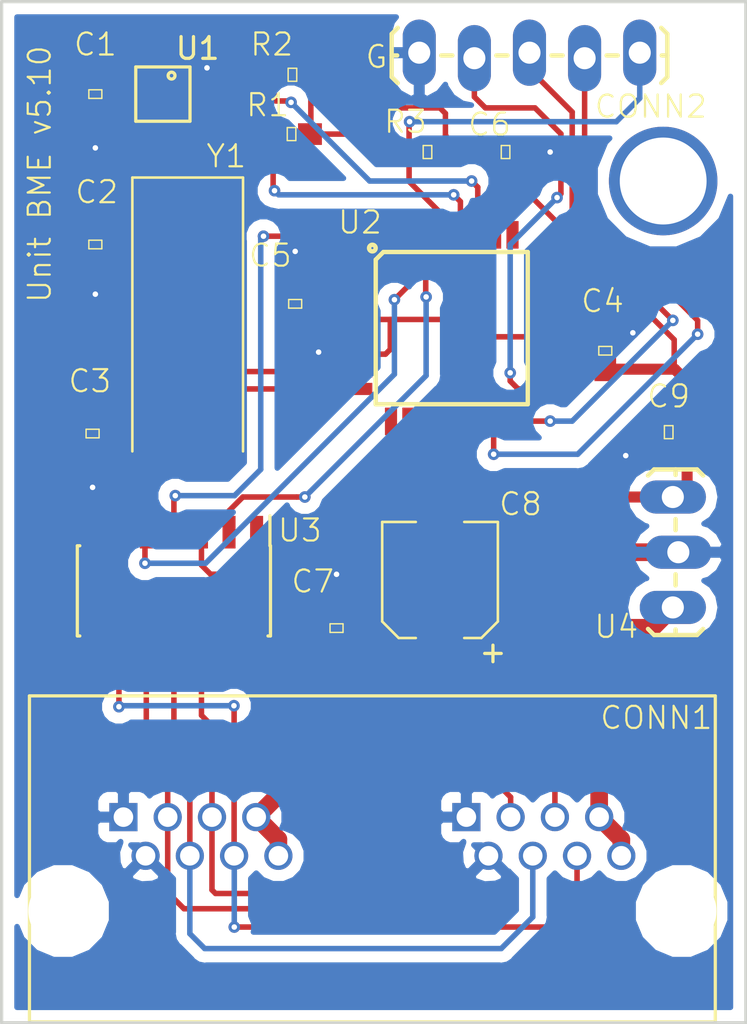
<source format=kicad_pcb>
(kicad_pcb (version 20171130) (host pcbnew 5.0.2-bee76a0~70~ubuntu18.04.1)

  (general
    (thickness 1.6)
    (drawings 6)
    (tracks 285)
    (zones 0)
    (modules 19)
    (nets 20)
  )

  (page USLetter)
  (title_block
    (title "Unit BME280")
    (date 2020-08-03)
    (rev 5.10)
  )

  (layers
    (0 F.Cu signal)
    (31 B.Cu signal)
    (32 B.Adhes user)
    (33 F.Adhes user)
    (34 B.Paste user)
    (35 F.Paste user)
    (36 B.SilkS user)
    (37 F.SilkS user)
    (38 B.Mask user)
    (39 F.Mask user)
    (40 Dwgs.User user)
    (41 Cmts.User user)
    (42 Eco1.User user)
    (43 Eco2.User user)
    (44 Edge.Cuts user)
    (45 Margin user)
    (46 B.CrtYd user)
    (47 F.CrtYd user)
    (48 B.Fab user)
    (49 F.Fab user)
  )

  (setup
    (last_trace_width 0.254)
    (user_trace_width 0.254)
    (user_trace_width 0.508)
    (user_trace_width 0.8128)
    (trace_clearance 0.1016)
    (zone_clearance 0.508)
    (zone_45_only no)
    (trace_min 0.254)
    (segment_width 0.2)
    (edge_width 0.15)
    (via_size 0.5334)
    (via_drill 0.254)
    (via_min_size 0.5334)
    (via_min_drill 0.254)
    (user_via 0.5334 0.254)
    (user_via 0.5334 0.254)
    (user_via 0.5334 0.254)
    (uvia_size 0.508)
    (uvia_drill 0.127)
    (uvias_allowed no)
    (uvia_min_size 0.2)
    (uvia_min_drill 0.1)
    (pcb_text_width 0.3)
    (pcb_text_size 1.5 1.5)
    (mod_edge_width 0.15)
    (mod_text_size 1 1)
    (mod_text_width 0.15)
    (pad_size 1.524 1.524)
    (pad_drill 0.762)
    (pad_to_mask_clearance 0.1016)
    (solder_mask_min_width 0.25)
    (aux_axis_origin 0 0)
    (visible_elements FFFFFF7F)
    (pcbplotparams
      (layerselection 0x010fc_ffffffff)
      (usegerberextensions false)
      (usegerberattributes false)
      (usegerberadvancedattributes false)
      (creategerberjobfile false)
      (excludeedgelayer true)
      (linewidth 0.100000)
      (plotframeref false)
      (viasonmask false)
      (mode 1)
      (useauxorigin false)
      (hpglpennumber 1)
      (hpglpenspeed 20)
      (hpglpendiameter 15.000000)
      (psnegative false)
      (psa4output false)
      (plotreference true)
      (plotvalue true)
      (plotinvisibletext false)
      (padsonsilk false)
      (subtractmaskfromsilk false)
      (outputformat 1)
      (mirror false)
      (drillshape 0)
      (scaleselection 1)
      (outputdirectory "gerbers/"))
  )

  (net 0 "")
  (net 1 GND)
  (net 2 +3V3)
  (net 3 "Net-(C2-Pad1)")
  (net 4 "Net-(C3-Pad1)")
  (net 5 +24V)
  (net 6 "Net-(CONN1-Pad11)")
  (net 7 "Net-(CONN1-Pad12)")
  (net 8 "Net-(CONN1-Pad13)")
  (net 9 "Net-(CONN1-Pad14)")
  (net 10 SCK)
  (net 11 MISO)
  (net 12 MOSI)
  (net 13 RESET)
  (net 14 SCL)
  (net 15 SDA)
  (net 16 "Net-(U2-Pad2)")
  (net 17 "Net-(U2-Pad12)")
  (net 18 "Net-(U2-Pad30)")
  (net 19 "Net-(U2-Pad31)")

  (net_class Default "This is the default net class."
    (clearance 0.1016)
    (trace_width 0.254)
    (via_dia 0.5334)
    (via_drill 0.254)
    (uvia_dia 0.508)
    (uvia_drill 0.127)
    (diff_pair_gap 0.254)
    (diff_pair_width 0.254)
    (add_net +24V)
    (add_net +3V3)
    (add_net GND)
    (add_net MISO)
    (add_net MOSI)
    (add_net "Net-(C2-Pad1)")
    (add_net "Net-(C3-Pad1)")
    (add_net "Net-(CONN1-Pad11)")
    (add_net "Net-(CONN1-Pad12)")
    (add_net "Net-(CONN1-Pad13)")
    (add_net "Net-(CONN1-Pad14)")
    (add_net "Net-(U2-Pad12)")
    (add_net "Net-(U2-Pad2)")
    (add_net "Net-(U2-Pad30)")
    (add_net "Net-(U2-Pad31)")
    (add_net RESET)
    (add_net SCK)
    (add_net SCL)
    (add_net SDA)
  )

  (module isadore_custom_footprints:E5J88-00AJG2-L (layer F.Cu) (tedit 5F15EEA9) (tstamp 5EFEAB6B)
    (at 145.3515 136.4615)
    (path /5EFDC49F)
    (fp_text reference CONN1 (at 13.081 -8.89) (layer F.SilkS)
      (effects (font (size 1.016 1.016) (thickness 0.1016)))
    )
    (fp_text value E5J88-00AJG2-L (at -8.763 -8.6995) (layer F.Fab) hide
      (effects (font (size 1 1) (thickness 0.15)))
    )
    (fp_line (start 15.8 -9.9) (end 15.8 5.1) (layer F.SilkS) (width 0.15))
    (fp_line (start -15.8 -9.9) (end 15.8 -9.9) (layer F.SilkS) (width 0.15))
    (fp_line (start -15.8 5.1) (end -15.8 -9.9) (layer F.SilkS) (width 0.15))
    (fp_line (start 15.8 5.1) (end -15.8 5.1) (layer F.SilkS) (width 0.15))
    (pad 16 thru_hole circle (at 11.47 -2.54 180) (size 1.3 1.3) (drill 0.9) (layers *.Cu *.Mask)
      (net 5 +24V))
    (pad 15 thru_hole circle (at 10.45 -4.32 180) (size 1.3 1.3) (drill 0.9) (layers *.Cu *.Mask)
      (net 5 +24V))
    (pad 14 thru_hole circle (at 9.43 -2.54 180) (size 1.3 1.3) (drill 0.9) (layers *.Cu *.Mask)
      (net 9 "Net-(CONN1-Pad14)"))
    (pad 13 thru_hole circle (at 8.41 -4.32 180) (size 1.3 1.3) (drill 0.9) (layers *.Cu *.Mask)
      (net 8 "Net-(CONN1-Pad13)"))
    (pad 12 thru_hole circle (at 7.39 -2.54 180) (size 1.3 1.3) (drill 0.9) (layers *.Cu *.Mask)
      (net 7 "Net-(CONN1-Pad12)"))
    (pad 11 thru_hole circle (at 6.37 -4.32 180) (size 1.3 1.3) (drill 0.9) (layers *.Cu *.Mask)
      (net 6 "Net-(CONN1-Pad11)"))
    (pad 10 thru_hole circle (at 5.35 -2.54 180) (size 1.3 1.3) (drill 0.9) (layers *.Cu *.Mask)
      (net 1 GND))
    (pad 9 thru_hole rect (at 4.33 -4.32 180) (size 1.3 1.3) (drill 0.9) (layers *.Cu *.Mask)
      (net 1 GND))
    (pad 7 thru_hole circle (at -5.35 -4.32 180) (size 1.3 1.3) (drill 0.9) (layers *.Cu *.Mask)
      (net 5 +24V))
    (pad 6 thru_hole circle (at -6.37 -2.54 180) (size 1.3 1.3) (drill 0.9) (layers *.Cu *.Mask)
      (net 9 "Net-(CONN1-Pad14)"))
    (pad 5 thru_hole circle (at -7.39 -4.32 180) (size 1.3 1.3) (drill 0.9) (layers *.Cu *.Mask)
      (net 8 "Net-(CONN1-Pad13)"))
    (pad 4 thru_hole circle (at -8.41 -2.54 180) (size 1.3 1.3) (drill 0.9) (layers *.Cu *.Mask)
      (net 7 "Net-(CONN1-Pad12)"))
    (pad 3 thru_hole circle (at -9.43 -4.32 180) (size 1.3 1.3) (drill 0.9) (layers *.Cu *.Mask)
      (net 6 "Net-(CONN1-Pad11)"))
    (pad 2 thru_hole circle (at -10.45 -2.54 180) (size 1.3 1.3) (drill 0.9) (layers *.Cu *.Mask)
      (net 1 GND))
    (pad 1 thru_hole rect (at -11.47 -4.32 180) (size 1.3 1.3) (drill 0.9) (layers *.Cu *.Mask)
      (net 1 GND))
    (pad 8 thru_hole circle (at -4.33 -2.54 180) (size 1.3 1.3) (drill 0.9) (layers *.Cu *.Mask)
      (net 5 +24V))
    (pad "" np_thru_hole circle (at -14.25 0 180) (size 3.2 3.2) (drill 3.2) (layers *.Cu *.Mask))
    (pad "" np_thru_hole circle (at 14.25 0 180) (size 3.2 3.2) (drill 3.2) (layers *.Cu *.Mask))
  )

  (module Capacitors:0603 (layer F.Cu) (tedit 596180EF) (tstamp 5EFEAA8D)
    (at 132.588 98.8695 90)
    (descr "GENERIC 1608 (0603) PACKAGE")
    (tags "GENERIC 1608 (0603) PACKAGE")
    (path /5EFF8F9D)
    (attr smd)
    (fp_text reference C1 (at 2.286 0 180) (layer F.SilkS)
      (effects (font (size 1.016 1.016) (thickness 0.1016)))
    )
    (fp_text value .1u (at 0 1.27 90) (layer F.SilkS) hide
      (effects (font (size 0.6096 0.6096) (thickness 0.127)))
    )
    (fp_line (start -0.3556 0.41656) (end 0.3556 0.41656) (layer Dwgs.User) (width 0.1016))
    (fp_line (start -0.3556 -0.4318) (end 0.3556 -0.4318) (layer Dwgs.User) (width 0.1016))
    (fp_line (start -1.59766 0.6985) (end -1.59766 -0.6985) (layer F.CrtYd) (width 0.0508))
    (fp_line (start 1.59766 0.6985) (end -1.59766 0.6985) (layer F.CrtYd) (width 0.0508))
    (fp_line (start 1.59766 -0.6985) (end 1.59766 0.6985) (layer F.CrtYd) (width 0.0508))
    (fp_line (start -1.59766 -0.6985) (end 1.59766 -0.6985) (layer F.CrtYd) (width 0.0508))
    (fp_line (start -0.19812 0.29972) (end -0.19812 -0.29972) (layer F.SilkS) (width 0.06604))
    (fp_line (start -0.19812 -0.29972) (end 0.19812 -0.29972) (layer F.SilkS) (width 0.06604))
    (fp_line (start 0.19812 0.29972) (end 0.19812 -0.29972) (layer F.SilkS) (width 0.06604))
    (fp_line (start -0.19812 0.29972) (end 0.19812 0.29972) (layer F.SilkS) (width 0.06604))
    (fp_line (start 0.3302 0.4699) (end 0.3302 -0.48006) (layer Dwgs.User) (width 0.06604))
    (fp_line (start 0.3302 -0.48006) (end 0.82804 -0.48006) (layer Dwgs.User) (width 0.06604))
    (fp_line (start 0.82804 0.4699) (end 0.82804 -0.48006) (layer Dwgs.User) (width 0.06604))
    (fp_line (start 0.3302 0.4699) (end 0.82804 0.4699) (layer Dwgs.User) (width 0.06604))
    (fp_line (start -0.8382 0.4699) (end -0.8382 -0.48006) (layer Dwgs.User) (width 0.06604))
    (fp_line (start -0.8382 -0.48006) (end -0.33782 -0.48006) (layer Dwgs.User) (width 0.06604))
    (fp_line (start -0.33782 0.4699) (end -0.33782 -0.48006) (layer Dwgs.User) (width 0.06604))
    (fp_line (start -0.8382 0.4699) (end -0.33782 0.4699) (layer Dwgs.User) (width 0.06604))
    (pad 2 smd rect (at 0.84836 0 90) (size 1.09982 0.99822) (layers F.Cu F.Paste F.Mask)
      (net 2 +3V3) (solder_mask_margin 0.1016))
    (pad 1 smd rect (at -0.84836 0 90) (size 1.09982 0.99822) (layers F.Cu F.Paste F.Mask)
      (net 1 GND) (solder_mask_margin 0.1016))
  )

  (module Capacitors:0603 (layer F.Cu) (tedit 596180EF) (tstamp 5EFEAAA5)
    (at 132.588 105.791 270)
    (descr "GENERIC 1608 (0603) PACKAGE")
    (tags "GENERIC 1608 (0603) PACKAGE")
    (path /5EFA586F)
    (attr smd)
    (fp_text reference C2 (at -2.413 -0.0635) (layer F.SilkS)
      (effects (font (size 1.016 1.016) (thickness 0.1016)))
    )
    (fp_text value 22p (at 0 1.27 270) (layer F.SilkS) hide
      (effects (font (size 0.6096 0.6096) (thickness 0.127)))
    )
    (fp_line (start -0.3556 0.41656) (end 0.3556 0.41656) (layer Dwgs.User) (width 0.1016))
    (fp_line (start -0.3556 -0.4318) (end 0.3556 -0.4318) (layer Dwgs.User) (width 0.1016))
    (fp_line (start -1.59766 0.6985) (end -1.59766 -0.6985) (layer F.CrtYd) (width 0.0508))
    (fp_line (start 1.59766 0.6985) (end -1.59766 0.6985) (layer F.CrtYd) (width 0.0508))
    (fp_line (start 1.59766 -0.6985) (end 1.59766 0.6985) (layer F.CrtYd) (width 0.0508))
    (fp_line (start -1.59766 -0.6985) (end 1.59766 -0.6985) (layer F.CrtYd) (width 0.0508))
    (fp_line (start -0.19812 0.29972) (end -0.19812 -0.29972) (layer F.SilkS) (width 0.06604))
    (fp_line (start -0.19812 -0.29972) (end 0.19812 -0.29972) (layer F.SilkS) (width 0.06604))
    (fp_line (start 0.19812 0.29972) (end 0.19812 -0.29972) (layer F.SilkS) (width 0.06604))
    (fp_line (start -0.19812 0.29972) (end 0.19812 0.29972) (layer F.SilkS) (width 0.06604))
    (fp_line (start 0.3302 0.4699) (end 0.3302 -0.48006) (layer Dwgs.User) (width 0.06604))
    (fp_line (start 0.3302 -0.48006) (end 0.82804 -0.48006) (layer Dwgs.User) (width 0.06604))
    (fp_line (start 0.82804 0.4699) (end 0.82804 -0.48006) (layer Dwgs.User) (width 0.06604))
    (fp_line (start 0.3302 0.4699) (end 0.82804 0.4699) (layer Dwgs.User) (width 0.06604))
    (fp_line (start -0.8382 0.4699) (end -0.8382 -0.48006) (layer Dwgs.User) (width 0.06604))
    (fp_line (start -0.8382 -0.48006) (end -0.33782 -0.48006) (layer Dwgs.User) (width 0.06604))
    (fp_line (start -0.33782 0.4699) (end -0.33782 -0.48006) (layer Dwgs.User) (width 0.06604))
    (fp_line (start -0.8382 0.4699) (end -0.33782 0.4699) (layer Dwgs.User) (width 0.06604))
    (pad 2 smd rect (at 0.84836 0 270) (size 1.09982 0.99822) (layers F.Cu F.Paste F.Mask)
      (net 1 GND) (solder_mask_margin 0.1016))
    (pad 1 smd rect (at -0.84836 0 270) (size 1.09982 0.99822) (layers F.Cu F.Paste F.Mask)
      (net 3 "Net-(C2-Pad1)") (solder_mask_margin 0.1016))
  )

  (module Capacitors:0603 (layer F.Cu) (tedit 596180EF) (tstamp 5EFEAABD)
    (at 132.461 114.4905 270)
    (descr "GENERIC 1608 (0603) PACKAGE")
    (tags "GENERIC 1608 (0603) PACKAGE")
    (path /5EFA58B2)
    (attr smd)
    (fp_text reference C3 (at -2.413 0.127) (layer F.SilkS)
      (effects (font (size 1.016 1.016) (thickness 0.1016)))
    )
    (fp_text value 22p (at 0 1.27 270) (layer F.SilkS) hide
      (effects (font (size 0.6096 0.6096) (thickness 0.127)))
    )
    (fp_line (start -0.3556 0.41656) (end 0.3556 0.41656) (layer Dwgs.User) (width 0.1016))
    (fp_line (start -0.3556 -0.4318) (end 0.3556 -0.4318) (layer Dwgs.User) (width 0.1016))
    (fp_line (start -1.59766 0.6985) (end -1.59766 -0.6985) (layer F.CrtYd) (width 0.0508))
    (fp_line (start 1.59766 0.6985) (end -1.59766 0.6985) (layer F.CrtYd) (width 0.0508))
    (fp_line (start 1.59766 -0.6985) (end 1.59766 0.6985) (layer F.CrtYd) (width 0.0508))
    (fp_line (start -1.59766 -0.6985) (end 1.59766 -0.6985) (layer F.CrtYd) (width 0.0508))
    (fp_line (start -0.19812 0.29972) (end -0.19812 -0.29972) (layer F.SilkS) (width 0.06604))
    (fp_line (start -0.19812 -0.29972) (end 0.19812 -0.29972) (layer F.SilkS) (width 0.06604))
    (fp_line (start 0.19812 0.29972) (end 0.19812 -0.29972) (layer F.SilkS) (width 0.06604))
    (fp_line (start -0.19812 0.29972) (end 0.19812 0.29972) (layer F.SilkS) (width 0.06604))
    (fp_line (start 0.3302 0.4699) (end 0.3302 -0.48006) (layer Dwgs.User) (width 0.06604))
    (fp_line (start 0.3302 -0.48006) (end 0.82804 -0.48006) (layer Dwgs.User) (width 0.06604))
    (fp_line (start 0.82804 0.4699) (end 0.82804 -0.48006) (layer Dwgs.User) (width 0.06604))
    (fp_line (start 0.3302 0.4699) (end 0.82804 0.4699) (layer Dwgs.User) (width 0.06604))
    (fp_line (start -0.8382 0.4699) (end -0.8382 -0.48006) (layer Dwgs.User) (width 0.06604))
    (fp_line (start -0.8382 -0.48006) (end -0.33782 -0.48006) (layer Dwgs.User) (width 0.06604))
    (fp_line (start -0.33782 0.4699) (end -0.33782 -0.48006) (layer Dwgs.User) (width 0.06604))
    (fp_line (start -0.8382 0.4699) (end -0.33782 0.4699) (layer Dwgs.User) (width 0.06604))
    (pad 2 smd rect (at 0.84836 0 270) (size 1.09982 0.99822) (layers F.Cu F.Paste F.Mask)
      (net 1 GND) (solder_mask_margin 0.1016))
    (pad 1 smd rect (at -0.84836 0 270) (size 1.09982 0.99822) (layers F.Cu F.Paste F.Mask)
      (net 4 "Net-(C3-Pad1)") (solder_mask_margin 0.1016))
  )

  (module Capacitors:0603 (layer F.Cu) (tedit 596180EF) (tstamp 5EFEAAD5)
    (at 156.083 110.6805 90)
    (descr "GENERIC 1608 (0603) PACKAGE")
    (tags "GENERIC 1608 (0603) PACKAGE")
    (path /5EFB5C70)
    (attr smd)
    (fp_text reference C4 (at 2.286 -0.127 180) (layer F.SilkS)
      (effects (font (size 1.016 1.016) (thickness 0.1016)))
    )
    (fp_text value .1u (at 0 1.27 90) (layer F.SilkS) hide
      (effects (font (size 0.6096 0.6096) (thickness 0.127)))
    )
    (fp_line (start -0.3556 0.41656) (end 0.3556 0.41656) (layer Dwgs.User) (width 0.1016))
    (fp_line (start -0.3556 -0.4318) (end 0.3556 -0.4318) (layer Dwgs.User) (width 0.1016))
    (fp_line (start -1.59766 0.6985) (end -1.59766 -0.6985) (layer F.CrtYd) (width 0.0508))
    (fp_line (start 1.59766 0.6985) (end -1.59766 0.6985) (layer F.CrtYd) (width 0.0508))
    (fp_line (start 1.59766 -0.6985) (end 1.59766 0.6985) (layer F.CrtYd) (width 0.0508))
    (fp_line (start -1.59766 -0.6985) (end 1.59766 -0.6985) (layer F.CrtYd) (width 0.0508))
    (fp_line (start -0.19812 0.29972) (end -0.19812 -0.29972) (layer F.SilkS) (width 0.06604))
    (fp_line (start -0.19812 -0.29972) (end 0.19812 -0.29972) (layer F.SilkS) (width 0.06604))
    (fp_line (start 0.19812 0.29972) (end 0.19812 -0.29972) (layer F.SilkS) (width 0.06604))
    (fp_line (start -0.19812 0.29972) (end 0.19812 0.29972) (layer F.SilkS) (width 0.06604))
    (fp_line (start 0.3302 0.4699) (end 0.3302 -0.48006) (layer Dwgs.User) (width 0.06604))
    (fp_line (start 0.3302 -0.48006) (end 0.82804 -0.48006) (layer Dwgs.User) (width 0.06604))
    (fp_line (start 0.82804 0.4699) (end 0.82804 -0.48006) (layer Dwgs.User) (width 0.06604))
    (fp_line (start 0.3302 0.4699) (end 0.82804 0.4699) (layer Dwgs.User) (width 0.06604))
    (fp_line (start -0.8382 0.4699) (end -0.8382 -0.48006) (layer Dwgs.User) (width 0.06604))
    (fp_line (start -0.8382 -0.48006) (end -0.33782 -0.48006) (layer Dwgs.User) (width 0.06604))
    (fp_line (start -0.33782 0.4699) (end -0.33782 -0.48006) (layer Dwgs.User) (width 0.06604))
    (fp_line (start -0.8382 0.4699) (end -0.33782 0.4699) (layer Dwgs.User) (width 0.06604))
    (pad 2 smd rect (at 0.84836 0 90) (size 1.09982 0.99822) (layers F.Cu F.Paste F.Mask)
      (net 1 GND) (solder_mask_margin 0.1016))
    (pad 1 smd rect (at -0.84836 0 90) (size 1.09982 0.99822) (layers F.Cu F.Paste F.Mask)
      (net 2 +3V3) (solder_mask_margin 0.1016))
  )

  (module Capacitors:0603 (layer F.Cu) (tedit 596180EF) (tstamp 5EFEAAED)
    (at 141.7955 108.5215 90)
    (descr "GENERIC 1608 (0603) PACKAGE")
    (tags "GENERIC 1608 (0603) PACKAGE")
    (path /5EFA6310)
    (attr smd)
    (fp_text reference C5 (at 2.2225 -1.143 180) (layer F.SilkS)
      (effects (font (size 1.016 1.016) (thickness 0.1016)))
    )
    (fp_text value .1u (at 0 1.27 90) (layer F.SilkS) hide
      (effects (font (size 0.6096 0.6096) (thickness 0.127)))
    )
    (fp_line (start -0.3556 0.41656) (end 0.3556 0.41656) (layer Dwgs.User) (width 0.1016))
    (fp_line (start -0.3556 -0.4318) (end 0.3556 -0.4318) (layer Dwgs.User) (width 0.1016))
    (fp_line (start -1.59766 0.6985) (end -1.59766 -0.6985) (layer F.CrtYd) (width 0.0508))
    (fp_line (start 1.59766 0.6985) (end -1.59766 0.6985) (layer F.CrtYd) (width 0.0508))
    (fp_line (start 1.59766 -0.6985) (end 1.59766 0.6985) (layer F.CrtYd) (width 0.0508))
    (fp_line (start -1.59766 -0.6985) (end 1.59766 -0.6985) (layer F.CrtYd) (width 0.0508))
    (fp_line (start -0.19812 0.29972) (end -0.19812 -0.29972) (layer F.SilkS) (width 0.06604))
    (fp_line (start -0.19812 -0.29972) (end 0.19812 -0.29972) (layer F.SilkS) (width 0.06604))
    (fp_line (start 0.19812 0.29972) (end 0.19812 -0.29972) (layer F.SilkS) (width 0.06604))
    (fp_line (start -0.19812 0.29972) (end 0.19812 0.29972) (layer F.SilkS) (width 0.06604))
    (fp_line (start 0.3302 0.4699) (end 0.3302 -0.48006) (layer Dwgs.User) (width 0.06604))
    (fp_line (start 0.3302 -0.48006) (end 0.82804 -0.48006) (layer Dwgs.User) (width 0.06604))
    (fp_line (start 0.82804 0.4699) (end 0.82804 -0.48006) (layer Dwgs.User) (width 0.06604))
    (fp_line (start 0.3302 0.4699) (end 0.82804 0.4699) (layer Dwgs.User) (width 0.06604))
    (fp_line (start -0.8382 0.4699) (end -0.8382 -0.48006) (layer Dwgs.User) (width 0.06604))
    (fp_line (start -0.8382 -0.48006) (end -0.33782 -0.48006) (layer Dwgs.User) (width 0.06604))
    (fp_line (start -0.33782 0.4699) (end -0.33782 -0.48006) (layer Dwgs.User) (width 0.06604))
    (fp_line (start -0.8382 0.4699) (end -0.33782 0.4699) (layer Dwgs.User) (width 0.06604))
    (pad 2 smd rect (at 0.84836 0 90) (size 1.09982 0.99822) (layers F.Cu F.Paste F.Mask)
      (net 1 GND) (solder_mask_margin 0.1016))
    (pad 1 smd rect (at -0.84836 0 90) (size 1.09982 0.99822) (layers F.Cu F.Paste F.Mask)
      (net 2 +3V3) (solder_mask_margin 0.1016))
  )

  (module Capacitors:0603 (layer F.Cu) (tedit 596180EF) (tstamp 5EFEAB05)
    (at 151.48814 101.5365)
    (descr "GENERIC 1608 (0603) PACKAGE")
    (tags "GENERIC 1608 (0603) PACKAGE")
    (path /5EFAB743)
    (attr smd)
    (fp_text reference C6 (at -0.73914 -1.27) (layer F.SilkS)
      (effects (font (size 1.016 1.016) (thickness 0.1016)))
    )
    (fp_text value .1u (at 0 1.27) (layer F.SilkS) hide
      (effects (font (size 0.6096 0.6096) (thickness 0.127)))
    )
    (fp_line (start -0.3556 0.41656) (end 0.3556 0.41656) (layer Dwgs.User) (width 0.1016))
    (fp_line (start -0.3556 -0.4318) (end 0.3556 -0.4318) (layer Dwgs.User) (width 0.1016))
    (fp_line (start -1.59766 0.6985) (end -1.59766 -0.6985) (layer F.CrtYd) (width 0.0508))
    (fp_line (start 1.59766 0.6985) (end -1.59766 0.6985) (layer F.CrtYd) (width 0.0508))
    (fp_line (start 1.59766 -0.6985) (end 1.59766 0.6985) (layer F.CrtYd) (width 0.0508))
    (fp_line (start -1.59766 -0.6985) (end 1.59766 -0.6985) (layer F.CrtYd) (width 0.0508))
    (fp_line (start -0.19812 0.29972) (end -0.19812 -0.29972) (layer F.SilkS) (width 0.06604))
    (fp_line (start -0.19812 -0.29972) (end 0.19812 -0.29972) (layer F.SilkS) (width 0.06604))
    (fp_line (start 0.19812 0.29972) (end 0.19812 -0.29972) (layer F.SilkS) (width 0.06604))
    (fp_line (start -0.19812 0.29972) (end 0.19812 0.29972) (layer F.SilkS) (width 0.06604))
    (fp_line (start 0.3302 0.4699) (end 0.3302 -0.48006) (layer Dwgs.User) (width 0.06604))
    (fp_line (start 0.3302 -0.48006) (end 0.82804 -0.48006) (layer Dwgs.User) (width 0.06604))
    (fp_line (start 0.82804 0.4699) (end 0.82804 -0.48006) (layer Dwgs.User) (width 0.06604))
    (fp_line (start 0.3302 0.4699) (end 0.82804 0.4699) (layer Dwgs.User) (width 0.06604))
    (fp_line (start -0.8382 0.4699) (end -0.8382 -0.48006) (layer Dwgs.User) (width 0.06604))
    (fp_line (start -0.8382 -0.48006) (end -0.33782 -0.48006) (layer Dwgs.User) (width 0.06604))
    (fp_line (start -0.33782 0.4699) (end -0.33782 -0.48006) (layer Dwgs.User) (width 0.06604))
    (fp_line (start -0.8382 0.4699) (end -0.33782 0.4699) (layer Dwgs.User) (width 0.06604))
    (pad 2 smd rect (at 0.84836 0) (size 1.09982 0.99822) (layers F.Cu F.Paste F.Mask)
      (net 1 GND) (solder_mask_margin 0.1016))
    (pad 1 smd rect (at -0.84836 0) (size 1.09982 0.99822) (layers F.Cu F.Paste F.Mask)
      (net 2 +3V3) (solder_mask_margin 0.1016))
  )

  (module Capacitors:0603 (layer F.Cu) (tedit 596180EF) (tstamp 5EFEAB1D)
    (at 143.7005 123.444 270)
    (descr "GENERIC 1608 (0603) PACKAGE")
    (tags "GENERIC 1608 (0603) PACKAGE")
    (path /5EFEF89A)
    (attr smd)
    (fp_text reference C7 (at -2.14884 1.09474) (layer F.SilkS)
      (effects (font (size 1.016 1.016) (thickness 0.1016)))
    )
    (fp_text value .1u (at 0 1.27 270) (layer F.SilkS) hide
      (effects (font (size 0.6096 0.6096) (thickness 0.127)))
    )
    (fp_line (start -0.3556 0.41656) (end 0.3556 0.41656) (layer Dwgs.User) (width 0.1016))
    (fp_line (start -0.3556 -0.4318) (end 0.3556 -0.4318) (layer Dwgs.User) (width 0.1016))
    (fp_line (start -1.59766 0.6985) (end -1.59766 -0.6985) (layer F.CrtYd) (width 0.0508))
    (fp_line (start 1.59766 0.6985) (end -1.59766 0.6985) (layer F.CrtYd) (width 0.0508))
    (fp_line (start 1.59766 -0.6985) (end 1.59766 0.6985) (layer F.CrtYd) (width 0.0508))
    (fp_line (start -1.59766 -0.6985) (end 1.59766 -0.6985) (layer F.CrtYd) (width 0.0508))
    (fp_line (start -0.19812 0.29972) (end -0.19812 -0.29972) (layer F.SilkS) (width 0.06604))
    (fp_line (start -0.19812 -0.29972) (end 0.19812 -0.29972) (layer F.SilkS) (width 0.06604))
    (fp_line (start 0.19812 0.29972) (end 0.19812 -0.29972) (layer F.SilkS) (width 0.06604))
    (fp_line (start -0.19812 0.29972) (end 0.19812 0.29972) (layer F.SilkS) (width 0.06604))
    (fp_line (start 0.3302 0.4699) (end 0.3302 -0.48006) (layer Dwgs.User) (width 0.06604))
    (fp_line (start 0.3302 -0.48006) (end 0.82804 -0.48006) (layer Dwgs.User) (width 0.06604))
    (fp_line (start 0.82804 0.4699) (end 0.82804 -0.48006) (layer Dwgs.User) (width 0.06604))
    (fp_line (start 0.3302 0.4699) (end 0.82804 0.4699) (layer Dwgs.User) (width 0.06604))
    (fp_line (start -0.8382 0.4699) (end -0.8382 -0.48006) (layer Dwgs.User) (width 0.06604))
    (fp_line (start -0.8382 -0.48006) (end -0.33782 -0.48006) (layer Dwgs.User) (width 0.06604))
    (fp_line (start -0.33782 0.4699) (end -0.33782 -0.48006) (layer Dwgs.User) (width 0.06604))
    (fp_line (start -0.8382 0.4699) (end -0.33782 0.4699) (layer Dwgs.User) (width 0.06604))
    (pad 2 smd rect (at 0.84836 0 270) (size 1.09982 0.99822) (layers F.Cu F.Paste F.Mask)
      (net 2 +3V3) (solder_mask_margin 0.1016))
    (pad 1 smd rect (at -0.84836 0 270) (size 1.09982 0.99822) (layers F.Cu F.Paste F.Mask)
      (net 1 GND) (solder_mask_margin 0.1016))
  )

  (module Capacitors_SMD:CP_Elec_5x5.3 (layer F.Cu) (tedit 5F219F20) (tstamp 5EFEAB39)
    (at 148.49348 121.22912 90)
    (descr "SMT capacitor, aluminium electrolytic, 5x5.3")
    (path /5EFA666A)
    (attr smd)
    (fp_text reference C8 (at 3.4925 3.683 180) (layer F.SilkS)
      (effects (font (size 1.016 1.016) (thickness 0.1016)))
    )
    (fp_text value 10u/50V (at 0 -3.92 90) (layer F.Fab) hide
      (effects (font (size 1 1) (thickness 0.15)))
    )
    (fp_circle (center 0 0) (end 0.3 2.4) (layer F.Fab) (width 0.1))
    (fp_text user + (at -1.37 -0.08 90) (layer F.Fab)
      (effects (font (size 1 1) (thickness 0.15)))
    )
    (fp_text user + (at -3.38 2.34 90) (layer F.SilkS)
      (effects (font (size 1 1) (thickness 0.15)))
    )
    (fp_text user %R (at 0 3.92 90) (layer F.Fab) hide
      (effects (font (size 1 1) (thickness 0.15)))
    )
    (fp_line (start 2.51 2.49) (end 2.51 -2.54) (layer F.Fab) (width 0.1))
    (fp_line (start -1.84 2.49) (end 2.51 2.49) (layer F.Fab) (width 0.1))
    (fp_line (start -2.51 1.82) (end -1.84 2.49) (layer F.Fab) (width 0.1))
    (fp_line (start -2.51 -1.87) (end -2.51 1.82) (layer F.Fab) (width 0.1))
    (fp_line (start -1.84 -2.54) (end -2.51 -1.87) (layer F.Fab) (width 0.1))
    (fp_line (start 2.51 -2.54) (end -1.84 -2.54) (layer F.Fab) (width 0.1))
    (fp_line (start 2.67 -2.69) (end 2.67 -1.14) (layer F.SilkS) (width 0.12))
    (fp_line (start 2.67 2.64) (end 2.67 1.09) (layer F.SilkS) (width 0.12))
    (fp_line (start -2.67 1.88) (end -2.67 1.09) (layer F.SilkS) (width 0.12))
    (fp_line (start -2.67 -1.93) (end -2.67 -1.14) (layer F.SilkS) (width 0.12))
    (fp_line (start 2.67 -2.69) (end -1.91 -2.69) (layer F.SilkS) (width 0.12))
    (fp_line (start -1.91 -2.69) (end -2.67 -1.93) (layer F.SilkS) (width 0.12))
    (fp_line (start -2.67 1.88) (end -1.91 2.64) (layer F.SilkS) (width 0.12))
    (fp_line (start -1.91 2.64) (end 2.67 2.64) (layer F.SilkS) (width 0.12))
    (fp_line (start -3.95 -2.79) (end 3.95 -2.79) (layer F.CrtYd) (width 0.05))
    (fp_line (start -3.95 -2.79) (end -3.95 2.74) (layer F.CrtYd) (width 0.05))
    (fp_line (start 3.95 2.74) (end 3.95 -2.79) (layer F.CrtYd) (width 0.05))
    (fp_line (start 3.95 2.74) (end -3.95 2.74) (layer F.CrtYd) (width 0.05))
    (pad 1 smd rect (at -2.2 0 270) (size 3 1.6) (layers F.Cu F.Paste F.Mask)
      (net 5 +24V))
    (pad 2 smd rect (at 2.2 0 270) (size 3 1.6) (layers F.Cu F.Paste F.Mask)
      (net 1 GND))
    (model Capacitors_SMD.3dshapes/CP_Elec_5x5.3.wrl
      (at (xyz 0 0 0))
      (scale (xyz 1 1 1))
      (rotate (xyz 0 0 180))
    )
  )

  (module Capacitors:0603 (layer F.Cu) (tedit 596180EF) (tstamp 5EFEAB51)
    (at 159.004 114.427 180)
    (descr "GENERIC 1608 (0603) PACKAGE")
    (tags "GENERIC 1608 (0603) PACKAGE")
    (path /5EFA66F3)
    (attr smd)
    (fp_text reference C9 (at 0 1.651 180) (layer F.SilkS)
      (effects (font (size 1.016 1.016) (thickness 0.1016)))
    )
    (fp_text value 10u/10V (at 0 1.27 180) (layer F.SilkS) hide
      (effects (font (size 0.6096 0.6096) (thickness 0.127)))
    )
    (fp_line (start -0.3556 0.41656) (end 0.3556 0.41656) (layer Dwgs.User) (width 0.1016))
    (fp_line (start -0.3556 -0.4318) (end 0.3556 -0.4318) (layer Dwgs.User) (width 0.1016))
    (fp_line (start -1.59766 0.6985) (end -1.59766 -0.6985) (layer F.CrtYd) (width 0.0508))
    (fp_line (start 1.59766 0.6985) (end -1.59766 0.6985) (layer F.CrtYd) (width 0.0508))
    (fp_line (start 1.59766 -0.6985) (end 1.59766 0.6985) (layer F.CrtYd) (width 0.0508))
    (fp_line (start -1.59766 -0.6985) (end 1.59766 -0.6985) (layer F.CrtYd) (width 0.0508))
    (fp_line (start -0.19812 0.29972) (end -0.19812 -0.29972) (layer F.SilkS) (width 0.06604))
    (fp_line (start -0.19812 -0.29972) (end 0.19812 -0.29972) (layer F.SilkS) (width 0.06604))
    (fp_line (start 0.19812 0.29972) (end 0.19812 -0.29972) (layer F.SilkS) (width 0.06604))
    (fp_line (start -0.19812 0.29972) (end 0.19812 0.29972) (layer F.SilkS) (width 0.06604))
    (fp_line (start 0.3302 0.4699) (end 0.3302 -0.48006) (layer Dwgs.User) (width 0.06604))
    (fp_line (start 0.3302 -0.48006) (end 0.82804 -0.48006) (layer Dwgs.User) (width 0.06604))
    (fp_line (start 0.82804 0.4699) (end 0.82804 -0.48006) (layer Dwgs.User) (width 0.06604))
    (fp_line (start 0.3302 0.4699) (end 0.82804 0.4699) (layer Dwgs.User) (width 0.06604))
    (fp_line (start -0.8382 0.4699) (end -0.8382 -0.48006) (layer Dwgs.User) (width 0.06604))
    (fp_line (start -0.8382 -0.48006) (end -0.33782 -0.48006) (layer Dwgs.User) (width 0.06604))
    (fp_line (start -0.33782 0.4699) (end -0.33782 -0.48006) (layer Dwgs.User) (width 0.06604))
    (fp_line (start -0.8382 0.4699) (end -0.33782 0.4699) (layer Dwgs.User) (width 0.06604))
    (pad 2 smd rect (at 0.84836 0 180) (size 1.09982 0.99822) (layers F.Cu F.Paste F.Mask)
      (net 1 GND) (solder_mask_margin 0.1016))
    (pad 1 smd rect (at -0.84836 0 180) (size 1.09982 0.99822) (layers F.Cu F.Paste F.Mask)
      (net 2 +3V3) (solder_mask_margin 0.1016))
  )

  (module Connectors:1X05_LOCK_LONGPADS (layer F.Cu) (tedit 5963D411) (tstamp 5EFEAB82)
    (at 147.5105 96.9645)
    (descr "PLATED THROUGH HOLE - 5 PIN LONG PAD WITH LOCKING FOOTPRINT")
    (tags "PLATED THROUGH HOLE - 5 PIN LONG PAD WITH LOCKING FOOTPRINT")
    (path /5EFAD01A)
    (attr virtual)
    (fp_text reference J1 (at 0 -2.159) (layer F.SilkS) hide
      (effects (font (size 0.6096 0.6096) (thickness 0.127)))
    )
    (fp_text value CONN2 (at 10.668 2.4765 180) (layer F.SilkS)
      (effects (font (size 1.016 1.016) (thickness 0.1016)))
    )
    (fp_line (start 11.43 -0.8636) (end 11.1506 -1.143) (layer F.SilkS) (width 0.2032))
    (fp_line (start 11.43 0.127) (end 11.43 -0.8636) (layer F.SilkS) (width 0.2032))
    (fp_line (start 11.43 1.1176) (end 11.1506 1.397) (layer F.SilkS) (width 0.2032))
    (fp_line (start 11.43 0.127) (end 11.43 1.1176) (layer F.SilkS) (width 0.2032))
    (fp_line (start 11.43 0.127) (end 11.176 0.127) (layer F.SilkS) (width 0.2032))
    (fp_line (start -1.27 1.1176) (end -0.9906 1.397) (layer F.SilkS) (width 0.2032))
    (fp_line (start -1.27 0.127) (end -1.27 1.1176) (layer F.SilkS) (width 0.2032))
    (fp_line (start -1.27 -0.8636) (end -0.9906 -1.143) (layer F.SilkS) (width 0.2032))
    (fp_line (start -1.27 0.127) (end -1.27 -0.8636) (layer F.SilkS) (width 0.2032))
    (fp_line (start -1.27 0.127) (end -1.016 0.127) (layer F.SilkS) (width 0.2032))
    (fp_line (start 9.144 0.127) (end 8.636 0.127) (layer F.SilkS) (width 0.2032))
    (fp_line (start 6.604 0.127) (end 6.096 0.127) (layer F.SilkS) (width 0.2032))
    (fp_line (start 4.064 0.127) (end 3.556 0.127) (layer F.SilkS) (width 0.2032))
    (fp_line (start 1.524 0.127) (end 1.016 0.127) (layer F.SilkS) (width 0.2032))
    (pad 5 thru_hole oval (at 10.16 0 180) (size 1.524 3.048) (drill 1.016) (layers *.Cu *.Mask)
      (net 13 RESET) (solder_mask_margin 0.1016))
    (pad 4 thru_hole oval (at 7.62 0.254 180) (size 1.524 3.048) (drill 1.016) (layers *.Cu *.Mask)
      (net 12 MOSI) (solder_mask_margin 0.1016))
    (pad 3 thru_hole oval (at 5.08 0 180) (size 1.524 3.048) (drill 1.016) (layers *.Cu *.Mask)
      (net 11 MISO) (solder_mask_margin 0.1016))
    (pad 2 thru_hole oval (at 2.54 0.254 180) (size 1.524 3.048) (drill 1.016) (layers *.Cu *.Mask)
      (net 10 SCK) (solder_mask_margin 0.1016))
    (pad 1 thru_hole oval (at 0 0 180) (size 1.524 3.048) (drill 1.016) (layers *.Cu *.Mask)
      (net 1 GND) (solder_mask_margin 0.1016))
  )

  (module Resistors:0603 (layer F.Cu) (tedit 200000) (tstamp 5EFEAB9A)
    (at 141.62786 100.711)
    (descr "GENERIC 1608 (0603) PACKAGE")
    (tags "GENERIC 1608 (0603) PACKAGE")
    (path /5F009B27)
    (attr smd)
    (fp_text reference R1 (at -1.10236 -1.3335) (layer F.SilkS)
      (effects (font (size 1.016 1.016) (thickness 0.1016)))
    )
    (fp_text value 4.7k (at 0 1.27) (layer F.SilkS) hide
      (effects (font (size 0.6096 0.6096) (thickness 0.127)))
    )
    (fp_line (start -0.3556 0.41656) (end 0.3556 0.41656) (layer Dwgs.User) (width 0.1016))
    (fp_line (start -0.3556 -0.4318) (end 0.3556 -0.4318) (layer Dwgs.User) (width 0.1016))
    (fp_line (start -1.59766 0.6985) (end -1.59766 -0.6985) (layer F.CrtYd) (width 0.0508))
    (fp_line (start 1.59766 0.6985) (end -1.59766 0.6985) (layer F.CrtYd) (width 0.0508))
    (fp_line (start 1.59766 -0.6985) (end 1.59766 0.6985) (layer F.CrtYd) (width 0.0508))
    (fp_line (start -1.59766 -0.6985) (end 1.59766 -0.6985) (layer F.CrtYd) (width 0.0508))
    (fp_line (start -0.19812 0.29972) (end -0.19812 -0.29972) (layer F.SilkS) (width 0.06604))
    (fp_line (start -0.19812 -0.29972) (end 0.19812 -0.29972) (layer F.SilkS) (width 0.06604))
    (fp_line (start 0.19812 0.29972) (end 0.19812 -0.29972) (layer F.SilkS) (width 0.06604))
    (fp_line (start -0.19812 0.29972) (end 0.19812 0.29972) (layer F.SilkS) (width 0.06604))
    (fp_line (start 0.3302 0.4699) (end 0.3302 -0.48006) (layer Dwgs.User) (width 0.06604))
    (fp_line (start 0.3302 -0.48006) (end 0.82804 -0.48006) (layer Dwgs.User) (width 0.06604))
    (fp_line (start 0.82804 0.4699) (end 0.82804 -0.48006) (layer Dwgs.User) (width 0.06604))
    (fp_line (start 0.3302 0.4699) (end 0.82804 0.4699) (layer Dwgs.User) (width 0.06604))
    (fp_line (start -0.8382 0.4699) (end -0.8382 -0.48006) (layer Dwgs.User) (width 0.06604))
    (fp_line (start -0.8382 -0.48006) (end -0.33782 -0.48006) (layer Dwgs.User) (width 0.06604))
    (fp_line (start -0.33782 0.4699) (end -0.33782 -0.48006) (layer Dwgs.User) (width 0.06604))
    (fp_line (start -0.8382 0.4699) (end -0.33782 0.4699) (layer Dwgs.User) (width 0.06604))
    (pad 2 smd rect (at 0.84836 0) (size 1.09982 0.99822) (layers F.Cu F.Paste F.Mask)
      (net 2 +3V3) (solder_mask_margin 0.1016))
    (pad 1 smd rect (at -0.84836 0) (size 1.09982 0.99822) (layers F.Cu F.Paste F.Mask)
      (net 14 SCL) (solder_mask_margin 0.1016))
  )

  (module Resistors:0603 (layer F.Cu) (tedit 200000) (tstamp 5F095545)
    (at 141.6685 97.9805 180)
    (descr "GENERIC 1608 (0603) PACKAGE")
    (tags "GENERIC 1608 (0603) PACKAGE")
    (path /5F009BE6)
    (attr smd)
    (fp_text reference R2 (at 0.9525 1.397) (layer F.SilkS)
      (effects (font (size 1.016 1.016) (thickness 0.1016)))
    )
    (fp_text value 4.7k (at 0 1.27 180) (layer F.SilkS) hide
      (effects (font (size 0.6096 0.6096) (thickness 0.127)))
    )
    (fp_line (start -0.3556 0.41656) (end 0.3556 0.41656) (layer Dwgs.User) (width 0.1016))
    (fp_line (start -0.3556 -0.4318) (end 0.3556 -0.4318) (layer Dwgs.User) (width 0.1016))
    (fp_line (start -1.59766 0.6985) (end -1.59766 -0.6985) (layer F.CrtYd) (width 0.0508))
    (fp_line (start 1.59766 0.6985) (end -1.59766 0.6985) (layer F.CrtYd) (width 0.0508))
    (fp_line (start 1.59766 -0.6985) (end 1.59766 0.6985) (layer F.CrtYd) (width 0.0508))
    (fp_line (start -1.59766 -0.6985) (end 1.59766 -0.6985) (layer F.CrtYd) (width 0.0508))
    (fp_line (start -0.19812 0.29972) (end -0.19812 -0.29972) (layer F.SilkS) (width 0.06604))
    (fp_line (start -0.19812 -0.29972) (end 0.19812 -0.29972) (layer F.SilkS) (width 0.06604))
    (fp_line (start 0.19812 0.29972) (end 0.19812 -0.29972) (layer F.SilkS) (width 0.06604))
    (fp_line (start -0.19812 0.29972) (end 0.19812 0.29972) (layer F.SilkS) (width 0.06604))
    (fp_line (start 0.3302 0.4699) (end 0.3302 -0.48006) (layer Dwgs.User) (width 0.06604))
    (fp_line (start 0.3302 -0.48006) (end 0.82804 -0.48006) (layer Dwgs.User) (width 0.06604))
    (fp_line (start 0.82804 0.4699) (end 0.82804 -0.48006) (layer Dwgs.User) (width 0.06604))
    (fp_line (start 0.3302 0.4699) (end 0.82804 0.4699) (layer Dwgs.User) (width 0.06604))
    (fp_line (start -0.8382 0.4699) (end -0.8382 -0.48006) (layer Dwgs.User) (width 0.06604))
    (fp_line (start -0.8382 -0.48006) (end -0.33782 -0.48006) (layer Dwgs.User) (width 0.06604))
    (fp_line (start -0.33782 0.4699) (end -0.33782 -0.48006) (layer Dwgs.User) (width 0.06604))
    (fp_line (start -0.8382 0.4699) (end -0.33782 0.4699) (layer Dwgs.User) (width 0.06604))
    (pad 2 smd rect (at 0.84836 0 180) (size 1.09982 0.99822) (layers F.Cu F.Paste F.Mask)
      (net 15 SDA) (solder_mask_margin 0.1016))
    (pad 1 smd rect (at -0.84836 0 180) (size 1.09982 0.99822) (layers F.Cu F.Paste F.Mask)
      (net 2 +3V3) (solder_mask_margin 0.1016))
  )

  (module Resistors:0603 (layer F.Cu) (tedit 200000) (tstamp 5EFEABCA)
    (at 147.8915 101.5365)
    (descr "GENERIC 1608 (0603) PACKAGE")
    (tags "GENERIC 1608 (0603) PACKAGE")
    (path /5EFACE27)
    (attr smd)
    (fp_text reference R3 (at -1.016 -1.397) (layer F.SilkS)
      (effects (font (size 1.016 1.016) (thickness 0.1016)))
    )
    (fp_text value 10k (at 0 1.27) (layer F.SilkS) hide
      (effects (font (size 0.6096 0.6096) (thickness 0.127)))
    )
    (fp_line (start -0.3556 0.41656) (end 0.3556 0.41656) (layer Dwgs.User) (width 0.1016))
    (fp_line (start -0.3556 -0.4318) (end 0.3556 -0.4318) (layer Dwgs.User) (width 0.1016))
    (fp_line (start -1.59766 0.6985) (end -1.59766 -0.6985) (layer F.CrtYd) (width 0.0508))
    (fp_line (start 1.59766 0.6985) (end -1.59766 0.6985) (layer F.CrtYd) (width 0.0508))
    (fp_line (start 1.59766 -0.6985) (end 1.59766 0.6985) (layer F.CrtYd) (width 0.0508))
    (fp_line (start -1.59766 -0.6985) (end 1.59766 -0.6985) (layer F.CrtYd) (width 0.0508))
    (fp_line (start -0.19812 0.29972) (end -0.19812 -0.29972) (layer F.SilkS) (width 0.06604))
    (fp_line (start -0.19812 -0.29972) (end 0.19812 -0.29972) (layer F.SilkS) (width 0.06604))
    (fp_line (start 0.19812 0.29972) (end 0.19812 -0.29972) (layer F.SilkS) (width 0.06604))
    (fp_line (start -0.19812 0.29972) (end 0.19812 0.29972) (layer F.SilkS) (width 0.06604))
    (fp_line (start 0.3302 0.4699) (end 0.3302 -0.48006) (layer Dwgs.User) (width 0.06604))
    (fp_line (start 0.3302 -0.48006) (end 0.82804 -0.48006) (layer Dwgs.User) (width 0.06604))
    (fp_line (start 0.82804 0.4699) (end 0.82804 -0.48006) (layer Dwgs.User) (width 0.06604))
    (fp_line (start 0.3302 0.4699) (end 0.82804 0.4699) (layer Dwgs.User) (width 0.06604))
    (fp_line (start -0.8382 0.4699) (end -0.8382 -0.48006) (layer Dwgs.User) (width 0.06604))
    (fp_line (start -0.8382 -0.48006) (end -0.33782 -0.48006) (layer Dwgs.User) (width 0.06604))
    (fp_line (start -0.33782 0.4699) (end -0.33782 -0.48006) (layer Dwgs.User) (width 0.06604))
    (fp_line (start -0.8382 0.4699) (end -0.33782 0.4699) (layer Dwgs.User) (width 0.06604))
    (pad 2 smd rect (at 0.84836 0) (size 1.09982 0.99822) (layers F.Cu F.Paste F.Mask)
      (net 2 +3V3) (solder_mask_margin 0.1016))
    (pad 1 smd rect (at -0.84836 0) (size 1.09982 0.99822) (layers F.Cu F.Paste F.Mask)
      (net 13 RESET) (solder_mask_margin 0.1016))
  )

  (module Silicon-Standard:TQFP32-08 (layer F.Cu) (tedit 200000) (tstamp 5EFEAC74)
    (at 149.0091 109.6391)
    (descr "THIN PLASIC QUAD FLAT PACKAGE GRID 0.8 MM")
    (tags "THIN PLASIC QUAD FLAT PACKAGE GRID 0.8 MM")
    (path /5EFAFBD7)
    (attr smd)
    (fp_text reference U2 (at -4.2291 -4.8641) (layer F.SilkS)
      (effects (font (size 1.016 1.016) (thickness 0.1016)))
    )
    (fp_text value ATMEGA328P_TQFP (at 0 5.715) (layer F.SilkS) hide
      (effects (font (size 0.6096 0.6096) (thickness 0.127)))
    )
    (fp_circle (center -3.6576 -3.683) (end -3.6576 -3.8354) (layer F.SilkS) (width 0.2032))
    (fp_line (start -3.1496 -3.50266) (end -3.50266 -3.1496) (layer F.SilkS) (width 0.2032))
    (fp_line (start -3.1496 -3.50266) (end 3.50266 -3.50266) (layer F.SilkS) (width 0.2032))
    (fp_line (start -3.50266 3.50266) (end -3.50266 -3.1496) (layer F.SilkS) (width 0.2032))
    (fp_line (start 3.50266 3.50266) (end -3.50266 3.50266) (layer F.SilkS) (width 0.2032))
    (fp_line (start 3.50266 -3.50266) (end 3.50266 3.50266) (layer F.SilkS) (width 0.2032))
    (fp_line (start -3.02768 -3.556) (end -3.02768 -4.5466) (layer Dwgs.User) (width 0.06604))
    (fp_line (start -3.02768 -4.5466) (end -2.57048 -4.5466) (layer Dwgs.User) (width 0.06604))
    (fp_line (start -2.57048 -3.556) (end -2.57048 -4.5466) (layer Dwgs.User) (width 0.06604))
    (fp_line (start -3.02768 -3.556) (end -2.57048 -3.556) (layer Dwgs.User) (width 0.06604))
    (fp_line (start -2.22758 -3.556) (end -2.22758 -4.5466) (layer Dwgs.User) (width 0.06604))
    (fp_line (start -2.22758 -4.5466) (end -1.77038 -4.5466) (layer Dwgs.User) (width 0.06604))
    (fp_line (start -1.77038 -3.556) (end -1.77038 -4.5466) (layer Dwgs.User) (width 0.06604))
    (fp_line (start -2.22758 -3.556) (end -1.77038 -3.556) (layer Dwgs.User) (width 0.06604))
    (fp_line (start -1.42748 -3.556) (end -1.42748 -4.5466) (layer Dwgs.User) (width 0.06604))
    (fp_line (start -1.42748 -4.5466) (end -0.97028 -4.5466) (layer Dwgs.User) (width 0.06604))
    (fp_line (start -0.97028 -3.556) (end -0.97028 -4.5466) (layer Dwgs.User) (width 0.06604))
    (fp_line (start -1.42748 -3.556) (end -0.97028 -3.556) (layer Dwgs.User) (width 0.06604))
    (fp_line (start -0.62738 -3.556) (end -0.62738 -4.5466) (layer Dwgs.User) (width 0.06604))
    (fp_line (start -0.62738 -4.5466) (end -0.17018 -4.5466) (layer Dwgs.User) (width 0.06604))
    (fp_line (start -0.17018 -3.556) (end -0.17018 -4.5466) (layer Dwgs.User) (width 0.06604))
    (fp_line (start -0.62738 -3.556) (end -0.17018 -3.556) (layer Dwgs.User) (width 0.06604))
    (fp_line (start 0.17018 -3.556) (end 0.17018 -4.5466) (layer Dwgs.User) (width 0.06604))
    (fp_line (start 0.17018 -4.5466) (end 0.62738 -4.5466) (layer Dwgs.User) (width 0.06604))
    (fp_line (start 0.62738 -3.556) (end 0.62738 -4.5466) (layer Dwgs.User) (width 0.06604))
    (fp_line (start 0.17018 -3.556) (end 0.62738 -3.556) (layer Dwgs.User) (width 0.06604))
    (fp_line (start 0.97028 -3.556) (end 0.97028 -4.5466) (layer Dwgs.User) (width 0.06604))
    (fp_line (start 0.97028 -4.5466) (end 1.42748 -4.5466) (layer Dwgs.User) (width 0.06604))
    (fp_line (start 1.42748 -3.556) (end 1.42748 -4.5466) (layer Dwgs.User) (width 0.06604))
    (fp_line (start 0.97028 -3.556) (end 1.42748 -3.556) (layer Dwgs.User) (width 0.06604))
    (fp_line (start 1.77038 -3.556) (end 1.77038 -4.5466) (layer Dwgs.User) (width 0.06604))
    (fp_line (start 1.77038 -4.5466) (end 2.22758 -4.5466) (layer Dwgs.User) (width 0.06604))
    (fp_line (start 2.22758 -3.556) (end 2.22758 -4.5466) (layer Dwgs.User) (width 0.06604))
    (fp_line (start 1.77038 -3.556) (end 2.22758 -3.556) (layer Dwgs.User) (width 0.06604))
    (fp_line (start 2.57048 -3.556) (end 2.57048 -4.5466) (layer Dwgs.User) (width 0.06604))
    (fp_line (start 2.57048 -4.5466) (end 3.02768 -4.5466) (layer Dwgs.User) (width 0.06604))
    (fp_line (start 3.02768 -3.556) (end 3.02768 -4.5466) (layer Dwgs.User) (width 0.06604))
    (fp_line (start 2.57048 -3.556) (end 3.02768 -3.556) (layer Dwgs.User) (width 0.06604))
    (fp_line (start 3.556 -2.57048) (end 3.556 -3.02768) (layer Dwgs.User) (width 0.06604))
    (fp_line (start 3.556 -3.02768) (end 4.5466 -3.02768) (layer Dwgs.User) (width 0.06604))
    (fp_line (start 4.5466 -2.57048) (end 4.5466 -3.02768) (layer Dwgs.User) (width 0.06604))
    (fp_line (start 3.556 -2.57048) (end 4.5466 -2.57048) (layer Dwgs.User) (width 0.06604))
    (fp_line (start 3.556 -1.77038) (end 3.556 -2.22758) (layer Dwgs.User) (width 0.06604))
    (fp_line (start 3.556 -2.22758) (end 4.5466 -2.22758) (layer Dwgs.User) (width 0.06604))
    (fp_line (start 4.5466 -1.77038) (end 4.5466 -2.22758) (layer Dwgs.User) (width 0.06604))
    (fp_line (start 3.556 -1.77038) (end 4.5466 -1.77038) (layer Dwgs.User) (width 0.06604))
    (fp_line (start 3.556 -0.97028) (end 3.556 -1.42748) (layer Dwgs.User) (width 0.06604))
    (fp_line (start 3.556 -1.42748) (end 4.5466 -1.42748) (layer Dwgs.User) (width 0.06604))
    (fp_line (start 4.5466 -0.97028) (end 4.5466 -1.42748) (layer Dwgs.User) (width 0.06604))
    (fp_line (start 3.556 -0.97028) (end 4.5466 -0.97028) (layer Dwgs.User) (width 0.06604))
    (fp_line (start 3.556 -0.17018) (end 3.556 -0.62738) (layer Dwgs.User) (width 0.06604))
    (fp_line (start 3.556 -0.62738) (end 4.5466 -0.62738) (layer Dwgs.User) (width 0.06604))
    (fp_line (start 4.5466 -0.17018) (end 4.5466 -0.62738) (layer Dwgs.User) (width 0.06604))
    (fp_line (start 3.556 -0.17018) (end 4.5466 -0.17018) (layer Dwgs.User) (width 0.06604))
    (fp_line (start 3.556 0.62738) (end 3.556 0.17018) (layer Dwgs.User) (width 0.06604))
    (fp_line (start 3.556 0.17018) (end 4.5466 0.17018) (layer Dwgs.User) (width 0.06604))
    (fp_line (start 4.5466 0.62738) (end 4.5466 0.17018) (layer Dwgs.User) (width 0.06604))
    (fp_line (start 3.556 0.62738) (end 4.5466 0.62738) (layer Dwgs.User) (width 0.06604))
    (fp_line (start 3.556 1.42748) (end 3.556 0.97028) (layer Dwgs.User) (width 0.06604))
    (fp_line (start 3.556 0.97028) (end 4.5466 0.97028) (layer Dwgs.User) (width 0.06604))
    (fp_line (start 4.5466 1.42748) (end 4.5466 0.97028) (layer Dwgs.User) (width 0.06604))
    (fp_line (start 3.556 1.42748) (end 4.5466 1.42748) (layer Dwgs.User) (width 0.06604))
    (fp_line (start 3.556 2.22758) (end 3.556 1.77038) (layer Dwgs.User) (width 0.06604))
    (fp_line (start 3.556 1.77038) (end 4.5466 1.77038) (layer Dwgs.User) (width 0.06604))
    (fp_line (start 4.5466 2.22758) (end 4.5466 1.77038) (layer Dwgs.User) (width 0.06604))
    (fp_line (start 3.556 2.22758) (end 4.5466 2.22758) (layer Dwgs.User) (width 0.06604))
    (fp_line (start 3.556 3.02768) (end 3.556 2.57048) (layer Dwgs.User) (width 0.06604))
    (fp_line (start 3.556 2.57048) (end 4.5466 2.57048) (layer Dwgs.User) (width 0.06604))
    (fp_line (start 4.5466 3.02768) (end 4.5466 2.57048) (layer Dwgs.User) (width 0.06604))
    (fp_line (start 3.556 3.02768) (end 4.5466 3.02768) (layer Dwgs.User) (width 0.06604))
    (fp_line (start 2.57048 4.5466) (end 2.57048 3.556) (layer Dwgs.User) (width 0.06604))
    (fp_line (start 2.57048 3.556) (end 3.02768 3.556) (layer Dwgs.User) (width 0.06604))
    (fp_line (start 3.02768 4.5466) (end 3.02768 3.556) (layer Dwgs.User) (width 0.06604))
    (fp_line (start 2.57048 4.5466) (end 3.02768 4.5466) (layer Dwgs.User) (width 0.06604))
    (fp_line (start 1.77038 4.5466) (end 1.77038 3.556) (layer Dwgs.User) (width 0.06604))
    (fp_line (start 1.77038 3.556) (end 2.22758 3.556) (layer Dwgs.User) (width 0.06604))
    (fp_line (start 2.22758 4.5466) (end 2.22758 3.556) (layer Dwgs.User) (width 0.06604))
    (fp_line (start 1.77038 4.5466) (end 2.22758 4.5466) (layer Dwgs.User) (width 0.06604))
    (fp_line (start 0.97028 4.5466) (end 0.97028 3.556) (layer Dwgs.User) (width 0.06604))
    (fp_line (start 0.97028 3.556) (end 1.42748 3.556) (layer Dwgs.User) (width 0.06604))
    (fp_line (start 1.42748 4.5466) (end 1.42748 3.556) (layer Dwgs.User) (width 0.06604))
    (fp_line (start 0.97028 4.5466) (end 1.42748 4.5466) (layer Dwgs.User) (width 0.06604))
    (fp_line (start 0.17018 4.5466) (end 0.17018 3.556) (layer Dwgs.User) (width 0.06604))
    (fp_line (start 0.17018 3.556) (end 0.62738 3.556) (layer Dwgs.User) (width 0.06604))
    (fp_line (start 0.62738 4.5466) (end 0.62738 3.556) (layer Dwgs.User) (width 0.06604))
    (fp_line (start 0.17018 4.5466) (end 0.62738 4.5466) (layer Dwgs.User) (width 0.06604))
    (fp_line (start -0.62738 4.5466) (end -0.62738 3.556) (layer Dwgs.User) (width 0.06604))
    (fp_line (start -0.62738 3.556) (end -0.17018 3.556) (layer Dwgs.User) (width 0.06604))
    (fp_line (start -0.17018 4.5466) (end -0.17018 3.556) (layer Dwgs.User) (width 0.06604))
    (fp_line (start -0.62738 4.5466) (end -0.17018 4.5466) (layer Dwgs.User) (width 0.06604))
    (fp_line (start -1.42748 4.5466) (end -1.42748 3.556) (layer Dwgs.User) (width 0.06604))
    (fp_line (start -1.42748 3.556) (end -0.97028 3.556) (layer Dwgs.User) (width 0.06604))
    (fp_line (start -0.97028 4.5466) (end -0.97028 3.556) (layer Dwgs.User) (width 0.06604))
    (fp_line (start -1.42748 4.5466) (end -0.97028 4.5466) (layer Dwgs.User) (width 0.06604))
    (fp_line (start -2.22758 4.5466) (end -2.22758 3.556) (layer Dwgs.User) (width 0.06604))
    (fp_line (start -2.22758 3.556) (end -1.77038 3.556) (layer Dwgs.User) (width 0.06604))
    (fp_line (start -1.77038 4.5466) (end -1.77038 3.556) (layer Dwgs.User) (width 0.06604))
    (fp_line (start -2.22758 4.5466) (end -1.77038 4.5466) (layer Dwgs.User) (width 0.06604))
    (fp_line (start -3.02768 4.5466) (end -3.02768 3.556) (layer Dwgs.User) (width 0.06604))
    (fp_line (start -3.02768 3.556) (end -2.57048 3.556) (layer Dwgs.User) (width 0.06604))
    (fp_line (start -2.57048 4.5466) (end -2.57048 3.556) (layer Dwgs.User) (width 0.06604))
    (fp_line (start -3.02768 4.5466) (end -2.57048 4.5466) (layer Dwgs.User) (width 0.06604))
    (fp_line (start -4.5466 3.02768) (end -4.5466 2.57048) (layer Dwgs.User) (width 0.06604))
    (fp_line (start -4.5466 2.57048) (end -3.556 2.57048) (layer Dwgs.User) (width 0.06604))
    (fp_line (start -3.556 3.02768) (end -3.556 2.57048) (layer Dwgs.User) (width 0.06604))
    (fp_line (start -4.5466 3.02768) (end -3.556 3.02768) (layer Dwgs.User) (width 0.06604))
    (fp_line (start -4.5466 2.22758) (end -4.5466 1.77038) (layer Dwgs.User) (width 0.06604))
    (fp_line (start -4.5466 1.77038) (end -3.556 1.77038) (layer Dwgs.User) (width 0.06604))
    (fp_line (start -3.556 2.22758) (end -3.556 1.77038) (layer Dwgs.User) (width 0.06604))
    (fp_line (start -4.5466 2.22758) (end -3.556 2.22758) (layer Dwgs.User) (width 0.06604))
    (fp_line (start -4.5466 1.42748) (end -4.5466 0.97028) (layer Dwgs.User) (width 0.06604))
    (fp_line (start -4.5466 0.97028) (end -3.556 0.97028) (layer Dwgs.User) (width 0.06604))
    (fp_line (start -3.556 1.42748) (end -3.556 0.97028) (layer Dwgs.User) (width 0.06604))
    (fp_line (start -4.5466 1.42748) (end -3.556 1.42748) (layer Dwgs.User) (width 0.06604))
    (fp_line (start -4.5466 0.62738) (end -4.5466 0.17018) (layer Dwgs.User) (width 0.06604))
    (fp_line (start -4.5466 0.17018) (end -3.556 0.17018) (layer Dwgs.User) (width 0.06604))
    (fp_line (start -3.556 0.62738) (end -3.556 0.17018) (layer Dwgs.User) (width 0.06604))
    (fp_line (start -4.5466 0.62738) (end -3.556 0.62738) (layer Dwgs.User) (width 0.06604))
    (fp_line (start -4.5466 -0.17018) (end -4.5466 -0.62738) (layer Dwgs.User) (width 0.06604))
    (fp_line (start -4.5466 -0.62738) (end -3.556 -0.62738) (layer Dwgs.User) (width 0.06604))
    (fp_line (start -3.556 -0.17018) (end -3.556 -0.62738) (layer Dwgs.User) (width 0.06604))
    (fp_line (start -4.5466 -0.17018) (end -3.556 -0.17018) (layer Dwgs.User) (width 0.06604))
    (fp_line (start -4.5466 -0.97028) (end -4.5466 -1.42748) (layer Dwgs.User) (width 0.06604))
    (fp_line (start -4.5466 -1.42748) (end -3.556 -1.42748) (layer Dwgs.User) (width 0.06604))
    (fp_line (start -3.556 -0.97028) (end -3.556 -1.42748) (layer Dwgs.User) (width 0.06604))
    (fp_line (start -4.5466 -0.97028) (end -3.556 -0.97028) (layer Dwgs.User) (width 0.06604))
    (fp_line (start -4.5466 -1.77038) (end -4.5466 -2.22758) (layer Dwgs.User) (width 0.06604))
    (fp_line (start -4.5466 -2.22758) (end -3.556 -2.22758) (layer Dwgs.User) (width 0.06604))
    (fp_line (start -3.556 -1.77038) (end -3.556 -2.22758) (layer Dwgs.User) (width 0.06604))
    (fp_line (start -4.5466 -1.77038) (end -3.556 -1.77038) (layer Dwgs.User) (width 0.06604))
    (fp_line (start -4.5466 -2.57048) (end -4.5466 -3.02768) (layer Dwgs.User) (width 0.06604))
    (fp_line (start -4.5466 -3.02768) (end -3.556 -3.02768) (layer Dwgs.User) (width 0.06604))
    (fp_line (start -3.556 -2.57048) (end -3.556 -3.02768) (layer Dwgs.User) (width 0.06604))
    (fp_line (start -4.5466 -2.57048) (end -3.556 -2.57048) (layer Dwgs.User) (width 0.06604))
    (pad 32 smd rect (at -2.79908 -4.2926) (size 0.5588 1.27) (layers F.Cu F.Paste F.Mask)
      (solder_mask_margin 0.1016))
    (pad 31 smd rect (at -1.99898 -4.2926) (size 0.5588 1.27) (layers F.Cu F.Paste F.Mask)
      (net 19 "Net-(U2-Pad31)") (solder_mask_margin 0.1016))
    (pad 30 smd rect (at -1.19888 -4.2926) (size 0.5588 1.27) (layers F.Cu F.Paste F.Mask)
      (net 18 "Net-(U2-Pad30)") (solder_mask_margin 0.1016))
    (pad 29 smd rect (at -0.39878 -4.2926) (size 0.5588 1.27) (layers F.Cu F.Paste F.Mask)
      (net 13 RESET) (solder_mask_margin 0.1016))
    (pad 28 smd rect (at 0.39878 -4.2926) (size 0.5588 1.27) (layers F.Cu F.Paste F.Mask)
      (net 14 SCL) (solder_mask_margin 0.1016))
    (pad 27 smd rect (at 1.19888 -4.2926) (size 0.5588 1.27) (layers F.Cu F.Paste F.Mask)
      (net 15 SDA) (solder_mask_margin 0.1016))
    (pad 26 smd rect (at 1.99898 -4.2926) (size 0.5588 1.27) (layers F.Cu F.Paste F.Mask)
      (solder_mask_margin 0.1016))
    (pad 25 smd rect (at 2.79908 -4.2926) (size 0.5588 1.27) (layers F.Cu F.Paste F.Mask)
      (solder_mask_margin 0.1016))
    (pad 24 smd rect (at 4.2926 -2.79908) (size 1.27 0.5588) (layers F.Cu F.Paste F.Mask)
      (solder_mask_margin 0.1016))
    (pad 23 smd rect (at 4.2926 -1.99898) (size 1.27 0.5588) (layers F.Cu F.Paste F.Mask)
      (solder_mask_margin 0.1016))
    (pad 22 smd rect (at 4.2926 -1.19888) (size 1.27 0.5588) (layers F.Cu F.Paste F.Mask)
      (solder_mask_margin 0.1016))
    (pad 21 smd rect (at 4.2926 -0.39878) (size 1.27 0.5588) (layers F.Cu F.Paste F.Mask)
      (net 1 GND) (solder_mask_margin 0.1016))
    (pad 20 smd rect (at 4.2926 0.39878) (size 1.27 0.5588) (layers F.Cu F.Paste F.Mask)
      (net 2 +3V3) (solder_mask_margin 0.1016))
    (pad 19 smd rect (at 4.2926 1.19888) (size 1.27 0.5588) (layers F.Cu F.Paste F.Mask)
      (solder_mask_margin 0.1016))
    (pad 18 smd rect (at 4.2926 1.99898) (size 1.27 0.5588) (layers F.Cu F.Paste F.Mask)
      (net 2 +3V3) (solder_mask_margin 0.1016))
    (pad 17 smd rect (at 4.2926 2.79908) (size 1.27 0.5588) (layers F.Cu F.Paste F.Mask)
      (net 10 SCK) (solder_mask_margin 0.1016))
    (pad 16 smd rect (at 2.79908 4.2926) (size 0.5588 1.27) (layers F.Cu F.Paste F.Mask)
      (net 11 MISO) (solder_mask_margin 0.1016))
    (pad 15 smd rect (at 1.99898 4.2926) (size 0.5588 1.27) (layers F.Cu F.Paste F.Mask)
      (net 12 MOSI) (solder_mask_margin 0.1016))
    (pad 14 smd rect (at 1.19888 4.2926) (size 0.5588 1.27) (layers F.Cu F.Paste F.Mask)
      (solder_mask_margin 0.1016))
    (pad 13 smd rect (at 0.39878 4.2926) (size 0.5588 1.27) (layers F.Cu F.Paste F.Mask)
      (solder_mask_margin 0.1016))
    (pad 12 smd rect (at -0.39878 4.2926) (size 0.5588 1.27) (layers F.Cu F.Paste F.Mask)
      (net 17 "Net-(U2-Pad12)") (solder_mask_margin 0.1016))
    (pad 11 smd rect (at -1.19888 4.2926) (size 0.5588 1.27) (layers F.Cu F.Paste F.Mask)
      (solder_mask_margin 0.1016))
    (pad 10 smd rect (at -1.99898 4.2926) (size 0.5588 1.27) (layers F.Cu F.Paste F.Mask)
      (solder_mask_margin 0.1016))
    (pad 9 smd rect (at -2.79908 4.2926) (size 0.5588 1.27) (layers F.Cu F.Paste F.Mask)
      (solder_mask_margin 0.1016))
    (pad 8 smd rect (at -4.2926 2.79908) (size 1.27 0.5588) (layers F.Cu F.Paste F.Mask)
      (net 4 "Net-(C3-Pad1)") (solder_mask_margin 0.1016))
    (pad 7 smd rect (at -4.2926 1.99898) (size 1.27 0.5588) (layers F.Cu F.Paste F.Mask)
      (net 3 "Net-(C2-Pad1)") (solder_mask_margin 0.1016))
    (pad 6 smd rect (at -4.2926 1.19888) (size 1.27 0.5588) (layers F.Cu F.Paste F.Mask)
      (net 2 +3V3) (solder_mask_margin 0.1016))
    (pad 5 smd rect (at -4.2926 0.39878) (size 1.27 0.5588) (layers F.Cu F.Paste F.Mask)
      (net 1 GND) (solder_mask_margin 0.1016))
    (pad 4 smd rect (at -4.2926 -0.39878) (size 1.27 0.5588) (layers F.Cu F.Paste F.Mask)
      (net 2 +3V3) (solder_mask_margin 0.1016))
    (pad 3 smd rect (at -4.2926 -1.19888) (size 1.27 0.5588) (layers F.Cu F.Paste F.Mask)
      (net 1 GND) (solder_mask_margin 0.1016))
    (pad 2 smd rect (at -4.2926 -1.99898) (size 1.27 0.5588) (layers F.Cu F.Paste F.Mask)
      (net 16 "Net-(U2-Pad2)") (solder_mask_margin 0.1016))
    (pad 1 smd rect (at -4.2926 -2.79908) (size 1.27 0.5588) (layers F.Cu F.Paste F.Mask)
      (solder_mask_margin 0.1016))
  )

  (module Housings_SOIC:SOIC-14_3.9x8.7mm_Pitch1.27mm (layer F.Cu) (tedit 58CC8F64) (tstamp 5EFEAC97)
    (at 136.2075 121.7295 270)
    (descr "14-Lead Plastic Small Outline (SL) - Narrow, 3.90 mm Body [SOIC] (see Microchip Packaging Specification 00000049BS.pdf)")
    (tags "SOIC 1.27")
    (path /5EFA5BA7)
    (attr smd)
    (fp_text reference U3 (at -2.7813 -5.8039) (layer F.SilkS)
      (effects (font (size 1.016 1.016) (thickness 0.1016)))
    )
    (fp_text value ISL83070 (at 0 5.375 270) (layer F.Fab) hide
      (effects (font (size 1 1) (thickness 0.15)))
    )
    (fp_text user %R (at 0 0 270) (layer F.Fab)
      (effects (font (size 0.9 0.9) (thickness 0.135)))
    )
    (fp_line (start -0.95 -4.35) (end 1.95 -4.35) (layer F.Fab) (width 0.15))
    (fp_line (start 1.95 -4.35) (end 1.95 4.35) (layer F.Fab) (width 0.15))
    (fp_line (start 1.95 4.35) (end -1.95 4.35) (layer F.Fab) (width 0.15))
    (fp_line (start -1.95 4.35) (end -1.95 -3.35) (layer F.Fab) (width 0.15))
    (fp_line (start -1.95 -3.35) (end -0.95 -4.35) (layer F.Fab) (width 0.15))
    (fp_line (start -3.7 -4.65) (end -3.7 4.65) (layer F.CrtYd) (width 0.05))
    (fp_line (start 3.7 -4.65) (end 3.7 4.65) (layer F.CrtYd) (width 0.05))
    (fp_line (start -3.7 -4.65) (end 3.7 -4.65) (layer F.CrtYd) (width 0.05))
    (fp_line (start -3.7 4.65) (end 3.7 4.65) (layer F.CrtYd) (width 0.05))
    (fp_line (start -2.075 -4.45) (end -2.075 -4.425) (layer F.SilkS) (width 0.15))
    (fp_line (start 2.075 -4.45) (end 2.075 -4.335) (layer F.SilkS) (width 0.15))
    (fp_line (start 2.075 4.45) (end 2.075 4.335) (layer F.SilkS) (width 0.15))
    (fp_line (start -2.075 4.45) (end -2.075 4.335) (layer F.SilkS) (width 0.15))
    (fp_line (start -2.075 -4.45) (end 2.075 -4.45) (layer F.SilkS) (width 0.15))
    (fp_line (start -2.075 4.45) (end 2.075 4.45) (layer F.SilkS) (width 0.15))
    (fp_line (start -2.075 -4.425) (end -3.45 -4.425) (layer F.SilkS) (width 0.15))
    (pad 1 smd rect (at -2.7 -3.81 270) (size 1.5 0.6) (layers F.Cu F.Paste F.Mask))
    (pad 2 smd rect (at -2.7 -2.54 270) (size 1.5 0.6) (layers F.Cu F.Paste F.Mask)
      (net 18 "Net-(U2-Pad30)"))
    (pad 3 smd rect (at -2.7 -1.27 270) (size 1.5 0.6) (layers F.Cu F.Paste F.Mask)
      (net 17 "Net-(U2-Pad12)"))
    (pad 4 smd rect (at -2.7 0 270) (size 1.5 0.6) (layers F.Cu F.Paste F.Mask)
      (net 16 "Net-(U2-Pad2)"))
    (pad 5 smd rect (at -2.7 1.27 270) (size 1.5 0.6) (layers F.Cu F.Paste F.Mask)
      (net 19 "Net-(U2-Pad31)"))
    (pad 6 smd rect (at -2.7 2.54 270) (size 1.5 0.6) (layers F.Cu F.Paste F.Mask)
      (net 1 GND))
    (pad 7 smd rect (at -2.7 3.81 270) (size 1.5 0.6) (layers F.Cu F.Paste F.Mask)
      (net 1 GND))
    (pad 8 smd rect (at 2.7 3.81 270) (size 1.5 0.6) (layers F.Cu F.Paste F.Mask))
    (pad 9 smd rect (at 2.7 2.54 270) (size 1.5 0.6) (layers F.Cu F.Paste F.Mask)
      (net 9 "Net-(CONN1-Pad14)"))
    (pad 10 smd rect (at 2.7 1.27 270) (size 1.5 0.6) (layers F.Cu F.Paste F.Mask)
      (net 6 "Net-(CONN1-Pad11)"))
    (pad 11 smd rect (at 2.7 0 270) (size 1.5 0.6) (layers F.Cu F.Paste F.Mask)
      (net 7 "Net-(CONN1-Pad12)"))
    (pad 12 smd rect (at 2.7 -1.27 270) (size 1.5 0.6) (layers F.Cu F.Paste F.Mask)
      (net 8 "Net-(CONN1-Pad13)"))
    (pad 13 smd rect (at 2.7 -2.54 270) (size 1.5 0.6) (layers F.Cu F.Paste F.Mask))
    (pad 14 smd rect (at 2.7 -3.81 270) (size 1.5 0.6) (layers F.Cu F.Paste F.Mask)
      (net 2 +3V3))
    (model ${KISYS3DMOD}/Housings_SOIC.3dshapes/SOIC-14_3.9x8.7mm_Pitch1.27mm.wrl
      (at (xyz 0 0 0))
      (scale (xyz 1 1 1))
      (rotate (xyz 0 0 0))
    )
  )

  (module Connectors:1X03_LOCK_LONGPADS (layer F.Cu) (tedit 200000) (tstamp 5F00476F)
    (at 159.1945 122.4915 90)
    (descr "PLATED THROUGH HOLE - 3 PIN LONG PAD W/ LOCKING FOOTPRINT")
    (tags "PLATED THROUGH HOLE - 3 PIN LONG PAD W/ LOCKING FOOTPRINT")
    (path /5EFC6857)
    (attr virtual)
    (fp_text reference U4 (at -0.889 -2.6035 180) (layer F.SilkS)
      (effects (font (size 1.016 1.016) (thickness 0.1016)))
    )
    (fp_text value VXO7803-500 (at 0 2.286 90) (layer F.SilkS) hide
      (effects (font (size 0.6096 0.6096) (thickness 0.127)))
    )
    (fp_line (start 6.35 -0.8636) (end 6.0706 -1.143) (layer F.SilkS) (width 0.2032))
    (fp_line (start 6.35 0.127) (end 6.35 -0.8636) (layer F.SilkS) (width 0.2032))
    (fp_line (start 6.35 1.1176) (end 6.0706 1.397) (layer F.SilkS) (width 0.2032))
    (fp_line (start 6.35 0.127) (end 6.35 1.1176) (layer F.SilkS) (width 0.2032))
    (fp_line (start 6.35 0.127) (end 6.096 0.127) (layer F.SilkS) (width 0.2032))
    (fp_line (start -1.27 1.1176) (end -0.9906 1.397) (layer F.SilkS) (width 0.2032))
    (fp_line (start -1.27 0.127) (end -1.27 1.1176) (layer F.SilkS) (width 0.2032))
    (fp_line (start -1.27 -0.8636) (end -0.9906 -1.143) (layer F.SilkS) (width 0.2032))
    (fp_line (start -1.27 0.127) (end -1.27 -0.8636) (layer F.SilkS) (width 0.2032))
    (fp_line (start -1.27 0.127) (end -1.016 0.127) (layer F.SilkS) (width 0.2032))
    (fp_line (start 4.064 0.127) (end 3.556 0.127) (layer F.SilkS) (width 0.2032))
    (fp_line (start 1.524 0.127) (end 1.016 0.127) (layer F.SilkS) (width 0.2032))
    (fp_line (start 4.7879 0.4191) (end 4.7879 -0.1651) (layer Dwgs.User) (width 0.06604))
    (fp_line (start 4.7879 -0.1651) (end 5.3721 -0.1651) (layer Dwgs.User) (width 0.06604))
    (fp_line (start 5.3721 0.4191) (end 5.3721 -0.1651) (layer Dwgs.User) (width 0.06604))
    (fp_line (start 4.7879 0.4191) (end 5.3721 0.4191) (layer Dwgs.User) (width 0.06604))
    (fp_line (start 2.2479 0.4191) (end 2.2479 -0.1651) (layer Dwgs.User) (width 0.06604))
    (fp_line (start 2.2479 -0.1651) (end 2.8321 -0.1651) (layer Dwgs.User) (width 0.06604))
    (fp_line (start 2.8321 0.4191) (end 2.8321 -0.1651) (layer Dwgs.User) (width 0.06604))
    (fp_line (start 2.2479 0.4191) (end 2.8321 0.4191) (layer Dwgs.User) (width 0.06604))
    (fp_line (start -0.2921 0.4191) (end -0.2921 -0.1651) (layer Dwgs.User) (width 0.06604))
    (fp_line (start -0.2921 -0.1651) (end 0.2921 -0.1651) (layer Dwgs.User) (width 0.06604))
    (fp_line (start 0.2921 0.4191) (end 0.2921 -0.1651) (layer Dwgs.User) (width 0.06604))
    (fp_line (start -0.2921 0.4191) (end 0.2921 0.4191) (layer Dwgs.User) (width 0.06604))
    (pad 3 thru_hole oval (at 5.08 0 270) (size 1.524 3.048) (drill 1.016) (layers *.Cu *.Mask)
      (net 2 +3V3) (solder_mask_margin 0.1016))
    (pad 2 thru_hole oval (at 2.54 0.254 270) (size 1.524 3.048) (drill 1.016) (layers *.Cu *.Mask)
      (net 1 GND) (solder_mask_margin 0.1016))
    (pad 1 thru_hole oval (at 0 0 270) (size 1.524 3.048) (drill 1.016) (layers *.Cu *.Mask)
      (net 5 +24V) (solder_mask_margin 0.1016))
  )

  (module isadore_custom_footprints:BME280 (layer F.Cu) (tedit 56EE3821) (tstamp 5F04B40B)
    (at 135.6995 98.8695)
    (path /5EFF62F5)
    (attr smd)
    (fp_text reference U1 (at 1.6 -2.1) (layer F.SilkS)
      (effects (font (size 1 1) (thickness 0.15)))
    )
    (fp_text value BME280 (at 0.3 2.2) (layer F.Fab) hide
      (effects (font (size 1 1) (thickness 0.15)))
    )
    (fp_line (start -1.25 1.25) (end -1.25 -1.25) (layer F.SilkS) (width 0.15))
    (fp_line (start 1.25 1.25) (end -1.25 1.25) (layer F.SilkS) (width 0.15))
    (fp_line (start 1.25 -1.25) (end 1.25 1.25) (layer F.SilkS) (width 0.15))
    (fp_line (start -1.25 -1.25) (end 1.25 -1.25) (layer F.SilkS) (width 0.15))
    (fp_circle (center 0.4 -0.85) (end 0.55 -0.8) (layer F.SilkS) (width 0.15))
    (pad 2 smd rect (at 1.025 -0.325) (size 0.5 0.35) (layers F.Cu F.Paste F.Mask)
      (net 2 +3V3))
    (pad 1 smd rect (at 1.025 -0.975) (size 0.5 0.35) (layers F.Cu F.Paste F.Mask)
      (net 1 GND))
    (pad 8 smd rect (at -1.025 -0.975) (size 0.5 0.35) (layers F.Cu F.Paste F.Mask)
      (net 2 +3V3))
    (pad 7 smd rect (at -1.025 -0.325) (size 0.5 0.35) (layers F.Cu F.Paste F.Mask)
      (net 1 GND))
    (pad 6 smd rect (at -1.025 0.325) (size 0.5 0.35) (layers F.Cu F.Paste F.Mask)
      (net 2 +3V3))
    (pad 5 smd rect (at -1.025 0.975) (size 0.5 0.35) (layers F.Cu F.Paste F.Mask)
      (net 1 GND))
    (pad 4 smd rect (at 1.025 0.975) (size 0.5 0.35) (layers F.Cu F.Paste F.Mask)
      (net 14 SCL))
    (pad 3 smd rect (at 1.025 0.325) (size 0.5 0.35) (layers F.Cu F.Paste F.Mask)
      (net 15 SDA))
  )

  (module Crystals:Crystal_SMD_HC49-SD (layer F.Cu) (tedit 58CD2E9D) (tstamp 5F07AECC)
    (at 136.8425 109.4105 270)
    (descr "SMD Crystal HC-49-SD http://cdn-reichelt.de/documents/datenblatt/B400/xxx-HC49-SMD.pdf, 11.4x4.7mm^2 package")
    (tags "SMD SMT crystal")
    (path /5EFA5709)
    (attr smd)
    (fp_text reference Y1 (at -7.6835 -1.778) (layer F.SilkS)
      (effects (font (size 1.016 1.016) (thickness 0.1016)))
    )
    (fp_text value 4M (at 0 3.55 270) (layer F.Fab) hide
      (effects (font (size 1 1) (thickness 0.15)))
    )
    (fp_text user %R (at 0 0 270) (layer F.Fab)
      (effects (font (size 1 1) (thickness 0.15)))
    )
    (fp_line (start -5.7 -2.35) (end -5.7 2.35) (layer F.Fab) (width 0.1))
    (fp_line (start -5.7 2.35) (end 5.7 2.35) (layer F.Fab) (width 0.1))
    (fp_line (start 5.7 2.35) (end 5.7 -2.35) (layer F.Fab) (width 0.1))
    (fp_line (start 5.7 -2.35) (end -5.7 -2.35) (layer F.Fab) (width 0.1))
    (fp_line (start -3.015 -2.115) (end 3.015 -2.115) (layer F.Fab) (width 0.1))
    (fp_line (start -3.015 2.115) (end 3.015 2.115) (layer F.Fab) (width 0.1))
    (fp_line (start 5.9 -2.55) (end -6.7 -2.55) (layer F.SilkS) (width 0.12))
    (fp_line (start -6.7 -2.55) (end -6.7 2.55) (layer F.SilkS) (width 0.12))
    (fp_line (start -6.7 2.55) (end 5.9 2.55) (layer F.SilkS) (width 0.12))
    (fp_line (start -6.8 -2.6) (end -6.8 2.6) (layer F.CrtYd) (width 0.05))
    (fp_line (start -6.8 2.6) (end 6.8 2.6) (layer F.CrtYd) (width 0.05))
    (fp_line (start 6.8 2.6) (end 6.8 -2.6) (layer F.CrtYd) (width 0.05))
    (fp_line (start 6.8 -2.6) (end -6.8 -2.6) (layer F.CrtYd) (width 0.05))
    (fp_arc (start -3.015 0) (end -3.015 -2.115) (angle -180) (layer F.Fab) (width 0.1))
    (fp_arc (start 3.015 0) (end 3.015 -2.115) (angle 180) (layer F.Fab) (width 0.1))
    (pad 1 smd rect (at -4.25 0 270) (size 4.5 2) (layers F.Cu F.Paste F.Mask)
      (net 3 "Net-(C2-Pad1)"))
    (pad 2 smd rect (at 4.25 0 270) (size 4.5 2) (layers F.Cu F.Paste F.Mask)
      (net 4 "Net-(C3-Pad1)"))
    (model ${KISYS3DMOD}/Crystals.3dshapes/Crystal_SMD_HC49-SD.wrl
      (at (xyz 0 0 0))
      (scale (xyz 1 1 1))
      (rotate (xyz 0 0 0))
    )
  )

  (gr_text "Unit BME v5.10" (at 130.0226 102.5525 90) (layer F.SilkS)
    (effects (font (size 1.016 1.016) (thickness 0.1016)))
  )
  (gr_text G (at 145.542 97.155) (layer F.SilkS)
    (effects (font (size 1.016 1.016) (thickness 0.1016)))
  )
  (gr_line (start 128.27 94.615) (end 128.27 141.605) (layer Edge.Cuts) (width 0.15))
  (gr_line (start 162.56 94.615) (end 128.27 94.615) (layer Edge.Cuts) (width 0.15))
  (gr_line (start 162.56 141.605) (end 162.56 94.615) (layer Edge.Cuts) (width 0.15))
  (gr_line (start 128.27 141.605) (end 162.56 141.605) (layer Edge.Cuts) (width 0.15))

  (via (at 158.75 102.87) (size 5) (drill 4) (layers F.Cu B.Cu) (net 0) (status 40000))
  (via (at 157.353 109.855) (size 0.5334) (drill 0.254) (layers F.Cu B.Cu) (net 1))
  (segment (start 156.083 109.83214) (end 157.33014 109.83214) (width 0.254) (layer F.Cu) (net 1) (status 10))
  (segment (start 157.33014 109.83214) (end 157.353 109.855) (width 0.254) (layer F.Cu) (net 1))
  (segment (start 155.49118 109.24032) (end 156.083 109.83214) (width 0.254) (layer F.Cu) (net 1) (status 20))
  (segment (start 153.3017 109.24032) (end 155.49118 109.24032) (width 0.254) (layer F.Cu) (net 1) (status 10))
  (via (at 141.7955 106.1085) (size 0.5334) (drill 0.254) (layers F.Cu B.Cu) (net 1))
  (segment (start 141.7955 107.67314) (end 141.7955 106.1085) (width 0.254) (layer F.Cu) (net 1) (status 10))
  (segment (start 142.54861 107.67314) (end 143.31569 108.44022) (width 0.254) (layer F.Cu) (net 1))
  (segment (start 143.8275 108.44022) (end 144.7165 108.44022) (width 0.254) (layer F.Cu) (net 1) (status 20))
  (segment (start 143.31569 108.44022) (end 143.8275 108.44022) (width 0.254) (layer F.Cu) (net 1))
  (segment (start 141.7955 107.67314) (end 142.54861 107.67314) (width 0.254) (layer F.Cu) (net 1) (status 10))
  (via (at 143.7005 120.9675) (size 0.5334) (drill 0.254) (layers F.Cu B.Cu) (net 1))
  (segment (start 143.7005 122.59564) (end 143.7005 120.9675) (width 0.254) (layer F.Cu) (net 1) (status 10))
  (via (at 132.588 108.077) (size 0.5334) (drill 0.254) (layers F.Cu B.Cu) (net 1))
  (segment (start 132.588 106.63936) (end 132.588 108.077) (width 0.254) (layer F.Cu) (net 1) (status 10))
  (via (at 132.461 116.967) (size 0.5334) (drill 0.254) (layers F.Cu B.Cu) (net 1))
  (segment (start 132.461 115.33886) (end 132.461 116.967) (width 0.254) (layer F.Cu) (net 1) (status 10))
  (segment (start 133.6675 119.0295) (end 132.3975 119.0295) (width 0.254) (layer F.Cu) (net 1) (status 30))
  (segment (start 132.3975 117.0305) (end 132.461 116.967) (width 0.254) (layer F.Cu) (net 1))
  (segment (start 132.3975 119.0295) (end 132.3975 117.0305) (width 0.254) (layer F.Cu) (net 1) (status 10))
  (via (at 132.588 101.346) (size 0.5334) (drill 0.254) (layers F.Cu B.Cu) (net 1))
  (segment (start 132.588 99.71786) (end 132.588 101.346) (width 0.254) (layer F.Cu) (net 1) (status 10))
  (via (at 137.7315 97.663) (size 0.5334) (drill 0.254) (layers F.Cu B.Cu) (net 1))
  (segment (start 136.7245 97.8945) (end 137.5 97.8945) (width 0.254) (layer F.Cu) (net 1) (status 10))
  (segment (start 137.5 97.8945) (end 137.7315 97.663) (width 0.254) (layer F.Cu) (net 1))
  (segment (start 132.71464 99.8445) (end 132.588 99.71786) (width 0.254) (layer F.Cu) (net 1) (status 30))
  (segment (start 134.6745 99.8445) (end 132.71464 99.8445) (width 0.254) (layer F.Cu) (net 1) (status 30))
  (segment (start 134.1705 98.5445) (end 133.731 98.984) (width 0.254) (layer F.Cu) (net 1))
  (segment (start 134.6745 98.5445) (end 134.1705 98.5445) (width 0.254) (layer F.Cu) (net 1) (status 10))
  (segment (start 133.34111 99.71786) (end 132.588 99.71786) (width 0.254) (layer F.Cu) (net 1) (status 20))
  (segment (start 133.731 99.32797) (end 133.34111 99.71786) (width 0.254) (layer F.Cu) (net 1))
  (segment (start 133.731 98.984) (end 133.731 99.32797) (width 0.254) (layer F.Cu) (net 1))
  (via (at 157.025338 115.5065) (size 0.5334) (drill 0.254) (layers F.Cu B.Cu) (net 1))
  (segment (start 158.15564 114.427) (end 158.10484 114.427) (width 0.254) (layer F.Cu) (net 1) (status 30))
  (segment (start 157.292037 115.239801) (end 157.025338 115.5065) (width 0.254) (layer F.Cu) (net 1))
  (segment (start 158.10484 114.427) (end 157.292037 115.239801) (width 0.254) (layer F.Cu) (net 1) (status 10))
  (via (at 153.542998 101.5365) (size 0.5334) (drill 0.254) (layers F.Cu B.Cu) (net 1))
  (segment (start 152.3365 101.5365) (end 153.542998 101.5365) (width 0.254) (layer F.Cu) (net 1) (status 10))
  (via (at 142.875 110.744) (size 0.5334) (drill 0.254) (layers F.Cu B.Cu) (net 1))
  (segment (start 144.7165 110.03788) (end 143.58112 110.03788) (width 0.254) (layer F.Cu) (net 1) (status 10))
  (segment (start 143.58112 110.03788) (end 142.875 110.744) (width 0.254) (layer F.Cu) (net 1))
  (segment (start 148.49348 119.02912) (end 155.3308 119.02912) (width 0.8128) (layer F.Cu) (net 1) (status 10))
  (segment (start 156.25318 119.9515) (end 159.4485 119.9515) (width 0.8128) (layer F.Cu) (net 1) (status 20))
  (segment (start 155.3308 119.02912) (end 156.25318 119.9515) (width 0.8128) (layer F.Cu) (net 1))
  (segment (start 159.85236 116.75364) (end 159.1945 117.4115) (width 0.508) (layer F.Cu) (net 2) (status 30))
  (segment (start 159.85236 114.427) (end 159.85236 116.75364) (width 0.508) (layer F.Cu) (net 2) (status 30))
  (segment (start 156.083 111.52886) (end 159.28086 111.52886) (width 0.508) (layer F.Cu) (net 2) (status 10))
  (segment (start 159.85236 112.10036) (end 159.85236 114.427) (width 0.508) (layer F.Cu) (net 2) (status 20))
  (segment (start 159.28086 111.52886) (end 159.85236 112.10036) (width 0.508) (layer F.Cu) (net 2))
  (segment (start 155.97378 111.63808) (end 156.083 111.52886) (width 0.254) (layer F.Cu) (net 2) (status 30))
  (segment (start 153.3017 110.03788) (end 154.1907 110.03788) (width 0.254) (layer F.Cu) (net 2) (status 10))
  (segment (start 154.813 110.66018) (end 154.813 111.63808) (width 0.254) (layer F.Cu) (net 2))
  (segment (start 154.1907 110.03788) (end 154.813 110.66018) (width 0.254) (layer F.Cu) (net 2))
  (segment (start 153.3017 111.63808) (end 154.813 111.63808) (width 0.254) (layer F.Cu) (net 2) (status 10))
  (segment (start 154.813 111.63808) (end 155.97378 111.63808) (width 0.254) (layer F.Cu) (net 2) (status 20))
  (segment (start 143.56336 124.4295) (end 143.7005 124.29236) (width 0.254) (layer F.Cu) (net 2) (status 30))
  (segment (start 140.0175 124.4295) (end 143.56336 124.4295) (width 0.254) (layer F.Cu) (net 2) (status 30))
  (segment (start 141.92504 109.24032) (end 141.7955 109.36986) (width 0.254) (layer F.Cu) (net 2) (status 30))
  (segment (start 144.7165 109.24032) (end 141.92504 109.24032) (width 0.254) (layer F.Cu) (net 2) (status 30))
  (segment (start 149.78888 110.03788) (end 153.3017 110.03788) (width 0.254) (layer F.Cu) (net 2) (status 20))
  (segment (start 148.99132 109.24032) (end 149.78888 110.03788) (width 0.254) (layer F.Cu) (net 2))
  (segment (start 148.73986 101.5365) (end 150.63978 101.5365) (width 0.254) (layer F.Cu) (net 2) (status 30))
  (segment (start 142.45336 100.68814) (end 142.47622 100.711) (width 0.254) (layer F.Cu) (net 2) (status 30))
  (segment (start 136.2205 98.5445) (end 136.7245 98.5445) (width 0.254) (layer F.Cu) (net 2) (status 20))
  (segment (start 135.8285 98.5445) (end 136.2205 98.5445) (width 0.254) (layer F.Cu) (net 2))
  (segment (start 135.1785 97.8945) (end 135.8285 98.5445) (width 0.254) (layer F.Cu) (net 2))
  (segment (start 134.6745 97.8945) (end 135.1785 97.8945) (width 0.254) (layer F.Cu) (net 2) (status 10))
  (segment (start 132.71464 97.8945) (end 132.588 98.02114) (width 0.254) (layer F.Cu) (net 2) (status 30))
  (segment (start 134.6745 97.8945) (end 132.71464 97.8945) (width 0.254) (layer F.Cu) (net 2) (status 30))
  (segment (start 142.51686 100.67036) (end 142.47622 100.711) (width 0.254) (layer F.Cu) (net 2) (status 30))
  (segment (start 142.51686 97.9805) (end 142.51686 100.67036) (width 0.254) (layer F.Cu) (net 2) (status 30))
  (segment (start 148.73986 100.78339) (end 148.717 100.76053) (width 0.254) (layer F.Cu) (net 2))
  (segment (start 148.463 99.5045) (end 145.3515 99.5045) (width 0.254) (layer F.Cu) (net 2))
  (segment (start 148.73986 101.5365) (end 148.73986 100.78339) (width 0.254) (layer F.Cu) (net 2) (status 10))
  (segment (start 148.717 100.76053) (end 148.717 99.7585) (width 0.254) (layer F.Cu) (net 2))
  (segment (start 144.145 100.711) (end 142.47622 100.711) (width 0.254) (layer F.Cu) (net 2) (status 20))
  (segment (start 148.717 99.7585) (end 148.463 99.5045) (width 0.254) (layer F.Cu) (net 2))
  (segment (start 145.3515 99.5045) (end 144.145 100.711) (width 0.254) (layer F.Cu) (net 2))
  (segment (start 159.258 110.1725) (end 159.258 111.506) (width 0.254) (layer F.Cu) (net 2))
  (segment (start 152.7175 103.632) (end 159.258 110.1725) (width 0.254) (layer F.Cu) (net 2))
  (segment (start 150.63978 101.5365) (end 150.63978 102.28961) (width 0.254) (layer F.Cu) (net 2) (status 10))
  (segment (start 159.258 111.506) (end 159.28086 111.52886) (width 0.254) (layer F.Cu) (net 2))
  (segment (start 151.98217 103.632) (end 152.7175 103.632) (width 0.254) (layer F.Cu) (net 2))
  (segment (start 150.63978 102.28961) (end 151.98217 103.632) (width 0.254) (layer F.Cu) (net 2))
  (segment (start 144.7165 110.83798) (end 145.95602 110.83798) (width 0.254) (layer F.Cu) (net 2) (status 10))
  (segment (start 146.177 110.617) (end 146.177 109.24032) (width 0.254) (layer F.Cu) (net 2))
  (segment (start 145.95602 110.83798) (end 146.177 110.617) (width 0.254) (layer F.Cu) (net 2))
  (segment (start 144.7165 109.24032) (end 146.177 109.24032) (width 0.254) (layer F.Cu) (net 2) (status 10))
  (segment (start 146.177 109.24032) (end 148.99132 109.24032) (width 0.254) (layer F.Cu) (net 2))
  (segment (start 135.1785 99.1945) (end 135.8285 98.5445) (width 0.254) (layer F.Cu) (net 2))
  (segment (start 134.6745 99.1945) (end 135.1785 99.1945) (width 0.254) (layer F.Cu) (net 2) (status 10))
  (segment (start 142.51686 97.22739) (end 142.494 97.20453) (width 0.254) (layer F.Cu) (net 2))
  (segment (start 139.192 96.7105) (end 139.192 97.9805) (width 0.254) (layer F.Cu) (net 2))
  (segment (start 142.51686 97.9805) (end 142.51686 97.22739) (width 0.254) (layer F.Cu) (net 2) (status 10))
  (segment (start 142.494 97.20453) (end 142.494 96.7105) (width 0.254) (layer F.Cu) (net 2))
  (segment (start 139.192 97.9805) (end 138.628 98.5445) (width 0.254) (layer F.Cu) (net 2))
  (segment (start 138.628 98.5445) (end 136.7245 98.5445) (width 0.254) (layer F.Cu) (net 2) (status 20))
  (segment (start 142.494 96.7105) (end 139.192 96.7105) (width 0.254) (layer F.Cu) (net 2))
  (segment (start 156.00934 117.4115) (end 159.1945 117.4115) (width 0.508) (layer F.Cu) (net 2) (status 20))
  (segment (start 143.7005 124.29236) (end 144.70761 124.29236) (width 0.508) (layer F.Cu) (net 2) (status 10))
  (segment (start 144.70761 124.29236) (end 145.15592 123.84405) (width 0.508) (layer F.Cu) (net 2))
  (segment (start 145.74012 116.56568) (end 155.16352 116.56568) (width 0.508) (layer F.Cu) (net 2))
  (segment (start 155.16352 116.56568) (end 156.00934 117.4115) (width 0.508) (layer F.Cu) (net 2))
  (segment (start 145.15592 123.84405) (end 145.15592 117.14988) (width 0.508) (layer F.Cu) (net 2))
  (segment (start 145.15592 117.14988) (end 145.74012 116.56568) (width 0.508) (layer F.Cu) (net 2))
  (segment (start 144.7165 111.63808) (end 139.38758 111.63808) (width 0.254) (layer F.Cu) (net 3) (status 10))
  (segment (start 136.8425 109.093) (end 136.8425 105.1605) (width 0.254) (layer F.Cu) (net 3) (status 20))
  (segment (start 139.38758 111.63808) (end 136.8425 109.093) (width 0.254) (layer F.Cu) (net 3))
  (segment (start 132.80586 105.1605) (end 132.588 104.94264) (width 0.254) (layer F.Cu) (net 3) (status 30))
  (segment (start 136.8425 105.1605) (end 132.80586 105.1605) (width 0.254) (layer F.Cu) (net 3) (status 30))
  (segment (start 136.82414 113.64214) (end 136.8425 113.6605) (width 0.254) (layer F.Cu) (net 4) (status 30))
  (segment (start 132.461 113.64214) (end 136.82414 113.64214) (width 0.254) (layer F.Cu) (net 4) (status 30))
  (segment (start 138.06482 112.43818) (end 136.8425 113.6605) (width 0.254) (layer F.Cu) (net 4) (status 20))
  (segment (start 144.7165 112.43818) (end 138.06482 112.43818) (width 0.254) (layer F.Cu) (net 4) (status 10))
  (segment (start 158.25688 123.42912) (end 159.1945 122.4915) (width 0.8128) (layer F.Cu) (net 5) (status 20))
  (segment (start 148.49348 123.42912) (end 158.25688 123.42912) (width 0.8128) (layer F.Cu) (net 5) (status 10))
  (segment (start 141.0215 133.1615) (end 140.0015 132.1415) (width 0.8128) (layer F.Cu) (net 5) (status 20))
  (segment (start 141.0215 133.9215) (end 141.0215 133.1615) (width 0.8128) (layer F.Cu) (net 5) (status 10))
  (segment (start 156.8215 133.1615) (end 155.8015 132.1415) (width 0.8128) (layer F.Cu) (net 5) (status 20))
  (segment (start 156.8215 133.9215) (end 156.8215 133.1615) (width 0.8128) (layer F.Cu) (net 5) (status 10))
  (segment (start 148.49348 127.28956) (end 148.49348 123.42912) (width 0.8128) (layer F.Cu) (net 5) (status 20))
  (segment (start 147.60956 128.17348) (end 148.49348 127.28956) (width 0.8128) (layer F.Cu) (net 5))
  (segment (start 147.60956 128.17348) (end 154.69616 128.17348) (width 0.8128) (layer F.Cu) (net 5))
  (segment (start 155.8015 129.27882) (end 155.8015 132.1415) (width 0.8128) (layer F.Cu) (net 5) (status 20))
  (segment (start 154.69616 128.17348) (end 155.8015 129.27882) (width 0.8128) (layer F.Cu) (net 5))
  (segment (start 143.96952 128.17348) (end 147.60956 128.17348) (width 0.8128) (layer F.Cu) (net 5))
  (segment (start 140.0015 132.1415) (end 143.96952 128.17348) (width 0.8128) (layer F.Cu) (net 5) (status 10))
  (segment (start 134.93496 129.88544) (end 135.9215 130.87198) (width 0.254) (layer F.Cu) (net 6))
  (segment (start 135.9215 130.87198) (end 135.9215 132.1415) (width 0.254) (layer F.Cu) (net 6) (status 20))
  (segment (start 134.9375 124.4295) (end 134.9375 125.4335) (width 0.254) (layer F.Cu) (net 6) (status 10))
  (segment (start 134.93496 125.43604) (end 134.93496 129.88544) (width 0.254) (layer F.Cu) (net 6))
  (segment (start 134.9375 125.4335) (end 134.93496 125.43604) (width 0.254) (layer F.Cu) (net 6))
  (segment (start 151.7215 131.222262) (end 150.933318 130.43408) (width 0.254) (layer F.Cu) (net 6))
  (segment (start 151.7215 132.1415) (end 151.7215 131.222262) (width 0.254) (layer F.Cu) (net 6) (status 10))
  (segment (start 150.933318 130.43408) (end 148.971 130.43408) (width 0.254) (layer F.Cu) (net 6))
  (segment (start 148.971 130.43408) (end 143.04772 136.35736) (width 0.254) (layer F.Cu) (net 6))
  (segment (start 143.04772 136.35736) (end 136.67232 136.35736) (width 0.254) (layer F.Cu) (net 6))
  (segment (start 135.9215 135.60654) (end 135.9215 132.1415) (width 0.254) (layer F.Cu) (net 6) (status 20))
  (segment (start 136.67232 136.35736) (end 135.9215 135.60654) (width 0.254) (layer F.Cu) (net 6))
  (segment (start 136.9415 133.002262) (end 136.9415 133.9215) (width 0.254) (layer F.Cu) (net 7) (status 20))
  (segment (start 136.9415 130.03778) (end 136.9415 133.002262) (width 0.254) (layer F.Cu) (net 7))
  (segment (start 136.2075 124.4295) (end 136.2075 129.30378) (width 0.254) (layer F.Cu) (net 7) (status 10))
  (segment (start 136.2075 129.30378) (end 136.9415 130.03778) (width 0.254) (layer F.Cu) (net 7))
  (segment (start 151.28748 138.19124) (end 152.7415 136.73722) (width 0.254) (layer B.Cu) (net 7))
  (segment (start 152.7415 136.73722) (end 152.7415 133.9215) (width 0.254) (layer B.Cu) (net 7) (status 20))
  (segment (start 137.62736 138.19124) (end 151.28748 138.19124) (width 0.254) (layer B.Cu) (net 7))
  (segment (start 136.9415 133.9215) (end 136.9415 137.50538) (width 0.254) (layer B.Cu) (net 7) (status 10))
  (segment (start 136.9415 137.50538) (end 137.62736 138.19124) (width 0.254) (layer B.Cu) (net 7))
  (segment (start 137.9615 127.93866) (end 137.9615 132.1415) (width 0.254) (layer F.Cu) (net 8) (status 20))
  (segment (start 137.4775 124.4295) (end 137.4775 127.45466) (width 0.254) (layer F.Cu) (net 8) (status 10))
  (segment (start 137.4775 127.45466) (end 137.9615 127.93866) (width 0.254) (layer F.Cu) (net 8))
  (segment (start 137.9615 132.1415) (end 137.9615 135.49262) (width 0.254) (layer F.Cu) (net 8) (status 10))
  (segment (start 137.9615 135.49262) (end 138.1252 135.65632) (width 0.254) (layer F.Cu) (net 8))
  (segment (start 138.1252 135.65632) (end 142.43812 135.65632) (width 0.254) (layer F.Cu) (net 8))
  (segment (start 142.43812 135.65632) (end 148.51888 129.57556) (width 0.254) (layer F.Cu) (net 8))
  (segment (start 148.51888 129.57556) (end 152.99944 129.57556) (width 0.254) (layer F.Cu) (net 8))
  (segment (start 153.7615 130.33762) (end 153.7615 132.1415) (width 0.254) (layer F.Cu) (net 8) (status 20))
  (segment (start 152.99944 129.57556) (end 153.7615 130.33762) (width 0.254) (layer F.Cu) (net 8))
  (via (at 138.97356 127.01524) (size 0.5334) (drill 0.254) (layers F.Cu B.Cu) (net 9))
  (segment (start 138.9815 133.9215) (end 138.9815 127.02318) (width 0.254) (layer F.Cu) (net 9) (status 10))
  (segment (start 138.9815 127.02318) (end 138.97356 127.01524) (width 0.254) (layer F.Cu) (net 9))
  (via (at 133.67512 127.06096) (size 0.5334) (drill 0.254) (layers F.Cu B.Cu) (net 9))
  (segment (start 138.97356 127.01524) (end 133.72084 127.01524) (width 0.254) (layer B.Cu) (net 9))
  (segment (start 133.72084 127.01524) (end 133.67512 127.06096) (width 0.254) (layer B.Cu) (net 9))
  (segment (start 133.67512 124.43712) (end 133.6675 124.4295) (width 0.254) (layer F.Cu) (net 9) (status 30))
  (segment (start 133.67512 127.06096) (end 133.67512 124.43712) (width 0.254) (layer F.Cu) (net 9) (status 20))
  (via (at 138.9888 137.20064) (size 0.5334) (drill 0.254) (layers F.Cu B.Cu) (net 9))
  (segment (start 138.9888 133.9288) (end 138.9815 133.9215) (width 0.254) (layer B.Cu) (net 9) (status 30))
  (segment (start 138.9888 137.20064) (end 138.9888 133.9288) (width 0.254) (layer B.Cu) (net 9) (status 20))
  (segment (start 153.40076 137.20064) (end 138.9888 137.20064) (width 0.254) (layer F.Cu) (net 9))
  (segment (start 154.7815 133.9215) (end 154.7815 135.8199) (width 0.254) (layer F.Cu) (net 9) (status 10))
  (segment (start 154.7815 135.8199) (end 153.40076 137.20064) (width 0.254) (layer F.Cu) (net 9))
  (via (at 153.8605 103.632) (size 0.5334) (drill 0.254) (layers F.Cu B.Cu) (net 10))
  (via (at 151.7015 111.6965) (size 0.5334) (drill 0.254) (layers F.Cu B.Cu) (net 10))
  (segment (start 153.8605 103.632) (end 151.7015 105.791) (width 0.254) (layer B.Cu) (net 10))
  (segment (start 151.7015 105.791) (end 151.7015 111.6965) (width 0.254) (layer B.Cu) (net 10))
  (segment (start 152.06601 112.43818) (end 153.3017 112.43818) (width 0.254) (layer F.Cu) (net 10) (status 20))
  (segment (start 151.7015 111.6965) (end 151.7015 112.07367) (width 0.254) (layer F.Cu) (net 10))
  (segment (start 151.7015 112.07367) (end 152.06601 112.43818) (width 0.254) (layer F.Cu) (net 10))
  (segment (start 154.038299 103.454201) (end 153.8605 103.632) (width 0.254) (layer F.Cu) (net 10))
  (segment (start 154.038299 100.698299) (end 154.038299 103.454201) (width 0.254) (layer F.Cu) (net 10))
  (segment (start 152.8445 99.5045) (end 154.038299 100.698299) (width 0.254) (layer F.Cu) (net 10))
  (segment (start 150.5585 99.5045) (end 152.8445 99.5045) (width 0.254) (layer F.Cu) (net 10))
  (segment (start 150.0505 97.2185) (end 150.0505 98.9965) (width 0.254) (layer F.Cu) (net 10) (status 10))
  (segment (start 150.0505 98.9965) (end 150.5585 99.5045) (width 0.254) (layer F.Cu) (net 10))
  (via (at 159.1945 109.2835) (size 0.5334) (drill 0.254) (layers F.Cu B.Cu) (net 11))
  (via (at 153.543 113.919) (size 0.5334) (drill 0.254) (layers F.Cu B.Cu) (net 11))
  (segment (start 159.1945 109.2835) (end 154.559 113.919) (width 0.254) (layer B.Cu) (net 11))
  (segment (start 154.559 113.919) (end 153.543 113.919) (width 0.254) (layer B.Cu) (net 11))
  (segment (start 151.82088 113.919) (end 151.80818 113.9317) (width 0.254) (layer F.Cu) (net 11) (status 30))
  (segment (start 153.543 113.919) (end 151.82088 113.919) (width 0.254) (layer F.Cu) (net 11) (status 20))
  (segment (start 154.559 104.648) (end 159.1945 109.2835) (width 0.254) (layer F.Cu) (net 11))
  (segment (start 154.559 99.695) (end 154.559 104.648) (width 0.254) (layer F.Cu) (net 11))
  (segment (start 152.5905 96.9645) (end 152.5905 97.7265) (width 0.254) (layer F.Cu) (net 11) (status 30))
  (segment (start 152.5905 97.7265) (end 154.559 99.695) (width 0.254) (layer F.Cu) (net 11) (status 10))
  (via (at 160.3375 109.9185) (size 0.5334) (drill 0.254) (layers F.Cu B.Cu) (net 12))
  (via (at 150.9395 115.443) (size 0.5334) (drill 0.254) (layers F.Cu B.Cu) (net 12))
  (segment (start 150.9395 114.00028) (end 151.00808 113.9317) (width 0.254) (layer F.Cu) (net 12) (status 30))
  (segment (start 150.9395 115.443) (end 150.9395 114.00028) (width 0.254) (layer F.Cu) (net 12) (status 20))
  (segment (start 154.813 115.443) (end 150.9395 115.443) (width 0.254) (layer B.Cu) (net 12))
  (segment (start 160.3375 109.9185) (end 154.813 115.443) (width 0.254) (layer B.Cu) (net 12))
  (segment (start 160.3375 109.2835) (end 160.3375 109.9185) (width 0.254) (layer F.Cu) (net 12))
  (segment (start 155.1305 97.2185) (end 155.1305 104.0765) (width 0.254) (layer F.Cu) (net 12) (status 10))
  (segment (start 155.1305 104.0765) (end 160.3375 109.2835) (width 0.254) (layer F.Cu) (net 12))
  (segment (start 147.04314 102.89032) (end 147.04314 101.5365) (width 0.254) (layer F.Cu) (net 13) (status 20))
  (segment (start 148.61032 105.3465) (end 148.61032 104.4575) (width 0.254) (layer F.Cu) (net 13) (status 10))
  (segment (start 148.61032 104.4575) (end 147.04314 102.89032) (width 0.254) (layer F.Cu) (net 13))
  (via (at 147.066 100.1395) (size 0.5334) (drill 0.254) (layers F.Cu B.Cu) (net 13))
  (segment (start 147.04314 101.5365) (end 147.04314 100.16236) (width 0.254) (layer F.Cu) (net 13) (status 10))
  (segment (start 147.04314 100.16236) (end 147.066 100.1395) (width 0.254) (layer F.Cu) (net 13))
  (segment (start 157.6705 99.06) (end 157.6705 96.9645) (width 0.254) (layer B.Cu) (net 13) (status 20))
  (segment (start 147.066 100.1395) (end 156.591 100.1395) (width 0.254) (layer B.Cu) (net 13))
  (segment (start 156.591 100.1395) (end 157.6705 99.06) (width 0.254) (layer B.Cu) (net 13))
  (segment (start 136.7995 99.8445) (end 137.666 100.711) (width 0.254) (layer F.Cu) (net 14) (status 10))
  (segment (start 136.7245 99.8445) (end 136.7995 99.8445) (width 0.254) (layer F.Cu) (net 14) (status 30))
  (segment (start 137.666 100.711) (end 139.192 100.711) (width 0.254) (layer F.Cu) (net 14))
  (segment (start 139.192 100.711) (end 140.7795 100.711) (width 0.254) (layer F.Cu) (net 14) (status 20))
  (segment (start 149.40788 105.3465) (end 149.40788 103.81488) (width 0.254) (layer F.Cu) (net 14) (status 10))
  (via (at 149.098 103.505) (size 0.5334) (drill 0.254) (layers F.Cu B.Cu) (net 14))
  (segment (start 149.40788 103.81488) (end 149.098 103.505) (width 0.254) (layer F.Cu) (net 14))
  (segment (start 140.7795 103.251) (end 140.843 103.3145) (width 0.254) (layer F.Cu) (net 14))
  (segment (start 149.098 103.505) (end 141.0335 103.505) (width 0.254) (layer B.Cu) (net 14))
  (segment (start 140.7795 100.711) (end 140.7795 103.251) (width 0.254) (layer F.Cu) (net 14) (status 10))
  (via (at 140.843 103.3145) (size 0.5334) (drill 0.254) (layers F.Cu B.Cu) (net 14))
  (segment (start 141.0335 103.505) (end 140.843 103.3145) (width 0.254) (layer B.Cu) (net 14))
  (segment (start 140.82014 98.73361) (end 140.82014 97.9805) (width 0.254) (layer F.Cu) (net 15) (status 20))
  (via (at 149.9235 102.87) (size 0.5334) (drill 0.254) (layers F.Cu B.Cu) (net 15))
  (segment (start 150.20798 105.3465) (end 150.20798 103.15448) (width 0.254) (layer F.Cu) (net 15) (status 10))
  (segment (start 150.20798 103.15448) (end 149.9235 102.87) (width 0.254) (layer F.Cu) (net 15))
  (segment (start 149.9235 102.87) (end 147.066 102.87) (width 0.254) (layer B.Cu) (net 15))
  (via (at 141.605 99.2505) (size 0.5334) (drill 0.254) (layers F.Cu B.Cu) (net 15))
  (segment (start 145.2245 102.87) (end 147.066 102.87) (width 0.254) (layer B.Cu) (net 15))
  (segment (start 141.605 99.2505) (end 145.2245 102.87) (width 0.254) (layer B.Cu) (net 15))
  (segment (start 140.82014 98.73361) (end 140.82014 99.10064) (width 0.254) (layer F.Cu) (net 15))
  (segment (start 140.72628 99.1945) (end 140.82014 99.10064) (width 0.254) (layer F.Cu) (net 15))
  (segment (start 136.7245 99.1945) (end 140.72628 99.1945) (width 0.254) (layer F.Cu) (net 15) (status 10))
  (segment (start 141.5415 99.187) (end 141.605 99.2505) (width 0.254) (layer F.Cu) (net 15))
  (segment (start 140.82014 99.10064) (end 140.9065 99.187) (width 0.254) (layer F.Cu) (net 15))
  (segment (start 140.9065 99.187) (end 141.5415 99.187) (width 0.254) (layer F.Cu) (net 15))
  (segment (start 143.1925 107.00512) (end 143.1925 106.35867) (width 0.254) (layer F.Cu) (net 16))
  (segment (start 143.8275 107.64012) (end 143.1925 107.00512) (width 0.254) (layer F.Cu) (net 16))
  (segment (start 143.1925 106.35867) (end 143.1925 105.9815) (width 0.254) (layer F.Cu) (net 16))
  (segment (start 144.7165 107.64012) (end 143.8275 107.64012) (width 0.254) (layer F.Cu) (net 16) (status 10))
  (via (at 136.271 117.348048) (size 0.5334) (drill 0.254) (layers F.Cu B.Cu) (net 16))
  (segment (start 136.2075 119.0295) (end 136.2075 117.411548) (width 0.254) (layer F.Cu) (net 16) (status 10))
  (segment (start 136.2075 117.411548) (end 136.271 117.348048) (width 0.254) (layer F.Cu) (net 16))
  (segment (start 143.1925 105.9815) (end 143.1925 105.6005) (width 0.254) (layer F.Cu) (net 16))
  (via (at 140.335 105.41) (size 0.5334) (drill 0.254) (layers F.Cu B.Cu) (net 16))
  (segment (start 143.1925 105.6005) (end 143.002 105.41) (width 0.254) (layer F.Cu) (net 16))
  (segment (start 143.002 105.41) (end 140.335 105.41) (width 0.254) (layer F.Cu) (net 16))
  (segment (start 136.271 117.348) (end 136.271 117.348048) (width 0.254) (layer B.Cu) (net 16))
  (segment (start 139.0015 117.348) (end 136.271 117.348) (width 0.254) (layer B.Cu) (net 16))
  (segment (start 140.208 116.1415) (end 139.0015 117.348) (width 0.254) (layer B.Cu) (net 16))
  (segment (start 140.335 105.41) (end 140.208 105.537) (width 0.254) (layer B.Cu) (net 16))
  (segment (start 140.208 105.537) (end 140.208 116.1415) (width 0.254) (layer B.Cu) (net 16))
  (segment (start 137.4775 120.54586) (end 137.4775 119.0295) (width 0.254) (layer F.Cu) (net 17) (status 20))
  (segment (start 137.8966 120.96496) (end 137.4775 120.54586) (width 0.254) (layer F.Cu) (net 17))
  (segment (start 141.16304 120.96496) (end 137.8966 120.96496) (width 0.254) (layer F.Cu) (net 17))
  (segment (start 148.61032 115.47348) (end 148.22932 115.85448) (width 0.254) (layer F.Cu) (net 17))
  (segment (start 145.37944 115.85448) (end 141.59992 119.634) (width 0.254) (layer F.Cu) (net 17))
  (segment (start 148.22932 115.85448) (end 145.37944 115.85448) (width 0.254) (layer F.Cu) (net 17))
  (segment (start 141.59992 120.52808) (end 141.16304 120.96496) (width 0.254) (layer F.Cu) (net 17))
  (segment (start 148.61032 113.9317) (end 148.61032 115.47348) (width 0.254) (layer F.Cu) (net 17) (status 10))
  (segment (start 141.59992 119.634) (end 141.59992 120.52808) (width 0.254) (layer F.Cu) (net 17))
  (segment (start 147.81022 105.3465) (end 147.81022 108.18622) (width 0.254) (layer F.Cu) (net 18) (status 10))
  (via (at 147.828 108.204) (size 0.5334) (drill 0.254) (layers F.Cu B.Cu) (net 18))
  (segment (start 147.81022 108.18622) (end 147.828 108.204) (width 0.254) (layer F.Cu) (net 18))
  (segment (start 147.828 108.204) (end 147.828 111.8235) (width 0.254) (layer B.Cu) (net 18))
  (via (at 142.24 117.4115) (size 0.5334) (drill 0.254) (layers F.Cu B.Cu) (net 18))
  (segment (start 147.828 111.8235) (end 142.506699 117.144801) (width 0.254) (layer B.Cu) (net 18))
  (segment (start 142.506699 117.144801) (end 142.24 117.4115) (width 0.254) (layer B.Cu) (net 18))
  (segment (start 141.86283 117.4115) (end 142.24 117.4115) (width 0.254) (layer F.Cu) (net 18))
  (segment (start 138.7475 119.0295) (end 138.7475 118.0465) (width 0.254) (layer F.Cu) (net 18) (status 10))
  (segment (start 139.3825 117.4115) (end 141.86283 117.4115) (width 0.254) (layer F.Cu) (net 18))
  (segment (start 138.7475 118.0465) (end 139.3825 117.4115) (width 0.254) (layer F.Cu) (net 18))
  (via (at 146.3675 108.331) (size 0.5334) (drill 0.254) (layers F.Cu B.Cu) (net 19))
  (segment (start 147.01012 105.3465) (end 147.01012 107.68838) (width 0.254) (layer F.Cu) (net 19) (status 10))
  (segment (start 147.01012 107.68838) (end 146.3675 108.331) (width 0.254) (layer F.Cu) (net 19))
  (via (at 134.874 120.4595) (size 0.5334) (drill 0.254) (layers F.Cu B.Cu) (net 19))
  (segment (start 134.874 119.093) (end 134.9375 119.0295) (width 0.254) (layer F.Cu) (net 19) (status 30))
  (segment (start 134.874 120.4595) (end 134.874 119.093) (width 0.254) (layer F.Cu) (net 19) (status 20))
  (segment (start 137.668 120.4595) (end 134.874 120.4595) (width 0.254) (layer B.Cu) (net 19))
  (segment (start 146.3675 108.331) (end 146.3675 111.76) (width 0.254) (layer B.Cu) (net 19))
  (segment (start 146.3675 111.76) (end 137.668 120.4595) (width 0.254) (layer B.Cu) (net 19))

  (zone (net 1) (net_name GND) (layer B.Cu) (tstamp 5F2A1396) (hatch edge 0.508)
    (connect_pads (clearance 0.508))
    (min_thickness 0.254)
    (fill yes (arc_segments 16) (thermal_gap 0.508) (thermal_bridge_width 0.508))
    (polygon
      (pts
        (xy 128.524 94.996) (xy 162.306 94.996) (xy 162.306 141.224) (xy 128.524 141.224)
      )
    )
    (filled_polygon
      (pts
        (xy 146.268441 95.550559) (xy 146.1135 96.0755) (xy 146.1135 96.8375) (xy 147.3835 96.8375) (xy 147.3835 96.8175)
        (xy 147.6375 96.8175) (xy 147.6375 96.8375) (xy 147.6575 96.8375) (xy 147.6575 97.0915) (xy 147.6375 97.0915)
        (xy 147.6375 98.95822) (xy 147.85357 99.08072) (xy 147.927777 99.06576) (xy 148.408526 98.80413) (xy 148.714625 98.425379)
        (xy 148.734556 98.525581) (xy 149.04332 98.987679) (xy 149.505418 99.296444) (xy 149.912912 99.3775) (xy 147.579196 99.3775)
        (xy 147.576772 99.375076) (xy 147.245359 99.2378) (xy 146.886641 99.2378) (xy 146.555228 99.375076) (xy 146.301576 99.628728)
        (xy 146.1643 99.960141) (xy 146.1643 100.318859) (xy 146.301576 100.650272) (xy 146.555228 100.903924) (xy 146.886641 101.0412)
        (xy 147.245359 101.0412) (xy 147.576772 100.903924) (xy 147.579196 100.9015) (xy 156.284941 100.9015) (xy 156.092276 101.094165)
        (xy 155.615 102.24641) (xy 155.615 103.49359) (xy 156.092276 104.645835) (xy 156.974165 105.527724) (xy 158.12641 106.005)
        (xy 159.37359 106.005) (xy 160.525835 105.527724) (xy 161.407724 104.645835) (xy 161.850001 103.578085) (xy 161.85 140.895)
        (xy 128.98 140.895) (xy 128.98 137.180082) (xy 129.206759 137.727526) (xy 129.835474 138.356241) (xy 130.656931 138.6965)
        (xy 131.546069 138.6965) (xy 132.367526 138.356241) (xy 132.996241 137.727526) (xy 133.3365 136.906069) (xy 133.3365 136.016931)
        (xy 132.996241 135.195474) (xy 132.621283 134.820516) (xy 134.18209 134.820516) (xy 134.237771 135.051111) (xy 134.720578 135.219122)
        (xy 135.230928 135.189583) (xy 135.565229 135.051111) (xy 135.62091 134.820516) (xy 134.9015 134.101105) (xy 134.18209 134.820516)
        (xy 132.621283 134.820516) (xy 132.367526 134.566759) (xy 131.546069 134.2265) (xy 130.656931 134.2265) (xy 129.835474 134.566759)
        (xy 129.206759 135.195474) (xy 128.98 135.742918) (xy 128.98 132.42725) (xy 132.5965 132.42725) (xy 132.5965 132.91781)
        (xy 132.693173 133.151199) (xy 132.871802 133.329827) (xy 133.105191 133.4265) (xy 133.59575 133.4265) (xy 133.754498 133.267752)
        (xy 133.754498 133.307747) (xy 133.603878 133.740578) (xy 133.633417 134.250928) (xy 133.771889 134.585229) (xy 134.002484 134.64091)
        (xy 134.721895 133.9215) (xy 134.226894 133.4265) (xy 134.586105 133.4265) (xy 134.9015 133.741895) (xy 134.915642 133.727752)
        (xy 135.095248 133.907358) (xy 135.081105 133.9215) (xy 135.800516 134.64091) (xy 135.844241 134.630352) (xy 135.852129 134.649394)
        (xy 136.1795 134.976765) (xy 136.179501 137.430332) (xy 136.164573 137.50538) (xy 136.223713 137.802697) (xy 136.284668 137.893922)
        (xy 136.39213 138.054751) (xy 136.455751 138.097261) (xy 137.035478 138.676989) (xy 137.077989 138.740611) (xy 137.330043 138.909028)
        (xy 137.552312 138.95324) (xy 137.552313 138.95324) (xy 137.62736 138.968168) (xy 137.702407 138.95324) (xy 151.212437 138.95324)
        (xy 151.28748 138.968167) (xy 151.362523 138.95324) (xy 151.362528 138.95324) (xy 151.584797 138.909028) (xy 151.836851 138.740611)
        (xy 151.879363 138.676987) (xy 153.22725 137.329101) (xy 153.290871 137.286591) (xy 153.459288 137.034537) (xy 153.5035 136.812268)
        (xy 153.5035 136.812267) (xy 153.518428 136.73722) (xy 153.5035 136.662173) (xy 153.5035 136.016931) (xy 157.3665 136.016931)
        (xy 157.3665 136.906069) (xy 157.706759 137.727526) (xy 158.335474 138.356241) (xy 159.156931 138.6965) (xy 160.046069 138.6965)
        (xy 160.867526 138.356241) (xy 161.496241 137.727526) (xy 161.8365 136.906069) (xy 161.8365 136.016931) (xy 161.496241 135.195474)
        (xy 160.867526 134.566759) (xy 160.046069 134.2265) (xy 159.156931 134.2265) (xy 158.335474 134.566759) (xy 157.706759 135.195474)
        (xy 157.3665 136.016931) (xy 153.5035 136.016931) (xy 153.5035 134.976765) (xy 153.7615 134.718765) (xy 154.053606 135.010871)
        (xy 154.525898 135.2065) (xy 155.037102 135.2065) (xy 155.509394 135.010871) (xy 155.8015 134.718765) (xy 156.093606 135.010871)
        (xy 156.565898 135.2065) (xy 157.077102 135.2065) (xy 157.549394 135.010871) (xy 157.910871 134.649394) (xy 158.1065 134.177102)
        (xy 158.1065 133.665898) (xy 157.910871 133.193606) (xy 157.549394 132.832129) (xy 157.077102 132.6365) (xy 156.987338 132.6365)
        (xy 157.0865 132.397102) (xy 157.0865 131.885898) (xy 156.890871 131.413606) (xy 156.529394 131.052129) (xy 156.057102 130.8565)
        (xy 155.545898 130.8565) (xy 155.073606 131.052129) (xy 154.7815 131.344235) (xy 154.489394 131.052129) (xy 154.017102 130.8565)
        (xy 153.505898 130.8565) (xy 153.033606 131.052129) (xy 152.7415 131.344235) (xy 152.449394 131.052129) (xy 151.977102 130.8565)
        (xy 151.465898 130.8565) (xy 150.993606 131.052129) (xy 150.882746 131.162989) (xy 150.869827 131.131801) (xy 150.691198 130.953173)
        (xy 150.457809 130.8565) (xy 149.96725 130.8565) (xy 149.8085 131.01525) (xy 149.8085 132.0145) (xy 149.8285 132.0145)
        (xy 149.8285 132.2685) (xy 149.8085 132.2685) (xy 149.8085 132.2885) (xy 149.5545 132.2885) (xy 149.5545 132.2685)
        (xy 148.55525 132.2685) (xy 148.3965 132.42725) (xy 148.3965 132.91781) (xy 148.493173 133.151199) (xy 148.671802 133.329827)
        (xy 148.905191 133.4265) (xy 149.39575 133.4265) (xy 149.554498 133.267752) (xy 149.554498 133.307747) (xy 149.403878 133.740578)
        (xy 149.433417 134.250928) (xy 149.571889 134.585229) (xy 149.802484 134.64091) (xy 150.521895 133.9215) (xy 150.026894 133.4265)
        (xy 150.386105 133.4265) (xy 150.7015 133.741895) (xy 150.715642 133.727752) (xy 150.895248 133.907358) (xy 150.881105 133.9215)
        (xy 151.600516 134.64091) (xy 151.644241 134.630352) (xy 151.652129 134.649394) (xy 151.979501 134.976766) (xy 151.9795 136.421589)
        (xy 150.97185 137.42924) (xy 139.870104 137.42924) (xy 139.8905 137.379999) (xy 139.8905 137.021281) (xy 139.753224 136.689868)
        (xy 139.7508 136.687444) (xy 139.7508 134.969465) (xy 140.0015 134.718765) (xy 140.293606 135.010871) (xy 140.765898 135.2065)
        (xy 141.277102 135.2065) (xy 141.749394 135.010871) (xy 141.939749 134.820516) (xy 149.98209 134.820516) (xy 150.037771 135.051111)
        (xy 150.520578 135.219122) (xy 151.030928 135.189583) (xy 151.365229 135.051111) (xy 151.42091 134.820516) (xy 150.7015 134.101105)
        (xy 149.98209 134.820516) (xy 141.939749 134.820516) (xy 142.110871 134.649394) (xy 142.3065 134.177102) (xy 142.3065 133.665898)
        (xy 142.110871 133.193606) (xy 141.749394 132.832129) (xy 141.277102 132.6365) (xy 141.187338 132.6365) (xy 141.2865 132.397102)
        (xy 141.2865 131.885898) (xy 141.090871 131.413606) (xy 141.042455 131.36519) (xy 148.3965 131.36519) (xy 148.3965 131.85575)
        (xy 148.55525 132.0145) (xy 149.5545 132.0145) (xy 149.5545 131.01525) (xy 149.39575 130.8565) (xy 148.905191 130.8565)
        (xy 148.671802 130.953173) (xy 148.493173 131.131801) (xy 148.3965 131.36519) (xy 141.042455 131.36519) (xy 140.729394 131.052129)
        (xy 140.257102 130.8565) (xy 139.745898 130.8565) (xy 139.273606 131.052129) (xy 138.9815 131.344235) (xy 138.689394 131.052129)
        (xy 138.217102 130.8565) (xy 137.705898 130.8565) (xy 137.233606 131.052129) (xy 136.9415 131.344235) (xy 136.649394 131.052129)
        (xy 136.177102 130.8565) (xy 135.665898 130.8565) (xy 135.193606 131.052129) (xy 135.082746 131.162989) (xy 135.069827 131.131801)
        (xy 134.891198 130.953173) (xy 134.657809 130.8565) (xy 134.16725 130.8565) (xy 134.0085 131.01525) (xy 134.0085 132.0145)
        (xy 134.0285 132.0145) (xy 134.0285 132.2685) (xy 134.0085 132.2685) (xy 134.0085 132.2885) (xy 133.7545 132.2885)
        (xy 133.7545 132.2685) (xy 132.75525 132.2685) (xy 132.5965 132.42725) (xy 128.98 132.42725) (xy 128.98 131.36519)
        (xy 132.5965 131.36519) (xy 132.5965 131.85575) (xy 132.75525 132.0145) (xy 133.7545 132.0145) (xy 133.7545 131.01525)
        (xy 133.59575 130.8565) (xy 133.105191 130.8565) (xy 132.871802 130.953173) (xy 132.693173 131.131801) (xy 132.5965 131.36519)
        (xy 128.98 131.36519) (xy 128.98 126.881601) (xy 132.77342 126.881601) (xy 132.77342 127.240319) (xy 132.910696 127.571732)
        (xy 133.164348 127.825384) (xy 133.495761 127.96266) (xy 133.854479 127.96266) (xy 134.185892 127.825384) (xy 134.234036 127.77724)
        (xy 138.460364 127.77724) (xy 138.462788 127.779664) (xy 138.794201 127.91694) (xy 139.152919 127.91694) (xy 139.484332 127.779664)
        (xy 139.737984 127.526012) (xy 139.87526 127.194599) (xy 139.87526 126.835881) (xy 139.737984 126.504468) (xy 139.484332 126.250816)
        (xy 139.152919 126.11354) (xy 138.794201 126.11354) (xy 138.462788 126.250816) (xy 138.460364 126.25324) (xy 134.081366 126.25324)
        (xy 133.854479 126.15926) (xy 133.495761 126.15926) (xy 133.164348 126.296536) (xy 132.910696 126.550188) (xy 132.77342 126.881601)
        (xy 128.98 126.881601) (xy 128.98 122.4915) (xy 157.008132 122.4915) (xy 157.116556 123.036582) (xy 157.42532 123.49868)
        (xy 157.887418 123.807444) (xy 158.294912 123.8885) (xy 160.094088 123.8885) (xy 160.501582 123.807444) (xy 160.96368 123.49868)
        (xy 161.272444 123.036582) (xy 161.380868 122.4915) (xy 161.272444 121.946418) (xy 160.96368 121.48432) (xy 160.630834 121.26192)
        (xy 160.862441 121.193559) (xy 161.28813 120.849526) (xy 161.54976 120.368777) (xy 161.56472 120.29457) (xy 161.44222 120.0785)
        (xy 159.5755 120.0785) (xy 159.5755 120.0985) (xy 159.3215 120.0985) (xy 159.3215 120.0785) (xy 157.45478 120.0785)
        (xy 157.33228 120.29457) (xy 157.34724 120.368777) (xy 157.60887 120.849526) (xy 157.987621 121.155624) (xy 157.887418 121.175556)
        (xy 157.42532 121.48432) (xy 157.116556 121.946418) (xy 157.008132 122.4915) (xy 128.98 122.4915) (xy 128.98 120.280141)
        (xy 133.9723 120.280141) (xy 133.9723 120.638859) (xy 134.109576 120.970272) (xy 134.363228 121.223924) (xy 134.694641 121.3612)
        (xy 135.053359 121.3612) (xy 135.384772 121.223924) (xy 135.387196 121.2215) (xy 137.592957 121.2215) (xy 137.668 121.236427)
        (xy 137.743043 121.2215) (xy 137.743048 121.2215) (xy 137.965317 121.177288) (xy 138.217371 121.008871) (xy 138.259883 120.945247)
        (xy 141.41913 117.786) (xy 141.475576 117.922272) (xy 141.729228 118.175924) (xy 142.060641 118.3132) (xy 142.419359 118.3132)
        (xy 142.750772 118.175924) (xy 143.004424 117.922272) (xy 143.1417 117.590859) (xy 143.1417 117.58743) (xy 143.31763 117.4115)
        (xy 157.008132 117.4115) (xy 157.116556 117.956582) (xy 157.42532 118.41868) (xy 157.887418 118.727444) (xy 157.987621 118.747376)
        (xy 157.60887 119.053474) (xy 157.34724 119.534223) (xy 157.33228 119.60843) (xy 157.45478 119.8245) (xy 159.3215 119.8245)
        (xy 159.3215 119.8045) (xy 159.5755 119.8045) (xy 159.5755 119.8245) (xy 161.44222 119.8245) (xy 161.56472 119.60843)
        (xy 161.54976 119.534223) (xy 161.28813 119.053474) (xy 160.862441 118.709441) (xy 160.630834 118.64108) (xy 160.96368 118.41868)
        (xy 161.272444 117.956582) (xy 161.380868 117.4115) (xy 161.272444 116.866418) (xy 160.96368 116.40432) (xy 160.501582 116.095556)
        (xy 160.094088 116.0145) (xy 158.294912 116.0145) (xy 157.887418 116.095556) (xy 157.42532 116.40432) (xy 157.116556 116.866418)
        (xy 157.008132 117.4115) (xy 143.31763 117.4115) (xy 145.465489 115.263641) (xy 150.0378 115.263641) (xy 150.0378 115.622359)
        (xy 150.175076 115.953772) (xy 150.428728 116.207424) (xy 150.760141 116.3447) (xy 151.118859 116.3447) (xy 151.450272 116.207424)
        (xy 151.452696 116.205) (xy 154.737957 116.205) (xy 154.813 116.219927) (xy 154.888043 116.205) (xy 154.888048 116.205)
        (xy 155.110317 116.160788) (xy 155.362371 115.992371) (xy 155.404883 115.928747) (xy 160.513431 110.8202) (xy 160.516859 110.8202)
        (xy 160.848272 110.682924) (xy 161.101924 110.429272) (xy 161.2392 110.097859) (xy 161.2392 109.739141) (xy 161.101924 109.407728)
        (xy 160.848272 109.154076) (xy 160.516859 109.0168) (xy 160.158141 109.0168) (xy 160.074391 109.05149) (xy 159.958924 108.772728)
        (xy 159.705272 108.519076) (xy 159.373859 108.3818) (xy 159.015141 108.3818) (xy 158.683728 108.519076) (xy 158.430076 108.772728)
        (xy 158.2928 109.104141) (xy 158.2928 109.107569) (xy 154.24337 113.157) (xy 154.056196 113.157) (xy 154.053772 113.154576)
        (xy 153.722359 113.0173) (xy 153.363641 113.0173) (xy 153.032228 113.154576) (xy 152.778576 113.408228) (xy 152.6413 113.739641)
        (xy 152.6413 114.098359) (xy 152.778576 114.429772) (xy 153.029804 114.681) (xy 151.452696 114.681) (xy 151.450272 114.678576)
        (xy 151.118859 114.5413) (xy 150.760141 114.5413) (xy 150.428728 114.678576) (xy 150.175076 114.932228) (xy 150.0378 115.263641)
        (xy 145.465489 115.263641) (xy 148.313749 112.415382) (xy 148.377371 112.372871) (xy 148.545788 112.120817) (xy 148.59 111.898548)
        (xy 148.59 111.898544) (xy 148.604927 111.823501) (xy 148.59 111.748458) (xy 148.59 111.517141) (xy 150.7998 111.517141)
        (xy 150.7998 111.875859) (xy 150.937076 112.207272) (xy 151.190728 112.460924) (xy 151.522141 112.5982) (xy 151.880859 112.5982)
        (xy 152.212272 112.460924) (xy 152.465924 112.207272) (xy 152.6032 111.875859) (xy 152.6032 111.517141) (xy 152.465924 111.185728)
        (xy 152.4635 111.183304) (xy 152.4635 106.10663) (xy 154.036431 104.5337) (xy 154.039859 104.5337) (xy 154.371272 104.396424)
        (xy 154.624924 104.142772) (xy 154.7622 103.811359) (xy 154.7622 103.452641) (xy 154.624924 103.121228) (xy 154.371272 102.867576)
        (xy 154.039859 102.7303) (xy 153.681141 102.7303) (xy 153.349728 102.867576) (xy 153.096076 103.121228) (xy 152.9588 103.452641)
        (xy 152.9588 103.456069) (xy 151.215753 105.199117) (xy 151.152129 105.241629) (xy 150.983712 105.493684) (xy 150.9395 105.715953)
        (xy 150.9395 105.715957) (xy 150.924573 105.791) (xy 150.9395 105.866043) (xy 150.939501 111.183303) (xy 150.937076 111.185728)
        (xy 150.7998 111.517141) (xy 148.59 111.517141) (xy 148.59 108.717196) (xy 148.592424 108.714772) (xy 148.7297 108.383359)
        (xy 148.7297 108.024641) (xy 148.592424 107.693228) (xy 148.338772 107.439576) (xy 148.007359 107.3023) (xy 147.648641 107.3023)
        (xy 147.317228 107.439576) (xy 147.063576 107.693228) (xy 147.046397 107.734701) (xy 146.878272 107.566576) (xy 146.546859 107.4293)
        (xy 146.188141 107.4293) (xy 145.856728 107.566576) (xy 145.603076 107.820228) (xy 145.4658 108.151641) (xy 145.4658 108.510359)
        (xy 145.603076 108.841772) (xy 145.6055 108.844196) (xy 145.605501 111.444368) (xy 140.972226 116.077644) (xy 140.97 116.066453)
        (xy 140.97 106.050196) (xy 141.099424 105.920772) (xy 141.2367 105.589359) (xy 141.2367 105.230641) (xy 141.099424 104.899228)
        (xy 140.845772 104.645576) (xy 140.514359 104.5083) (xy 140.155641 104.5083) (xy 139.824228 104.645576) (xy 139.570576 104.899228)
        (xy 139.4333 105.230641) (xy 139.4333 105.525804) (xy 139.431073 105.537) (xy 139.4333 105.548196) (xy 139.4333 105.589359)
        (xy 139.446 105.620019) (xy 139.446001 115.825868) (xy 138.68587 116.586) (xy 136.784148 116.586) (xy 136.781772 116.583624)
        (xy 136.450359 116.446348) (xy 136.091641 116.446348) (xy 135.760228 116.583624) (xy 135.506576 116.837276) (xy 135.3693 117.168689)
        (xy 135.3693 117.527407) (xy 135.506576 117.85882) (xy 135.760228 118.112472) (xy 136.091641 118.249748) (xy 136.450359 118.249748)
        (xy 136.781772 118.112472) (xy 136.784244 118.11) (xy 138.926457 118.11) (xy 138.937644 118.112225) (xy 137.35237 119.6975)
        (xy 135.387196 119.6975) (xy 135.384772 119.695076) (xy 135.053359 119.5578) (xy 134.694641 119.5578) (xy 134.363228 119.695076)
        (xy 134.109576 119.948728) (xy 133.9723 120.280141) (xy 128.98 120.280141) (xy 128.98 103.135141) (xy 139.9413 103.135141)
        (xy 139.9413 103.493859) (xy 140.078576 103.825272) (xy 140.332228 104.078924) (xy 140.663641 104.2162) (xy 140.726323 104.2162)
        (xy 140.736183 104.222788) (xy 140.958452 104.267) (xy 140.958453 104.267) (xy 141.0335 104.281928) (xy 141.108547 104.267)
        (xy 148.584804 104.267) (xy 148.587228 104.269424) (xy 148.918641 104.4067) (xy 149.277359 104.4067) (xy 149.608772 104.269424)
        (xy 149.862424 104.015772) (xy 149.963522 103.7717) (xy 150.102859 103.7717) (xy 150.434272 103.634424) (xy 150.687924 103.380772)
        (xy 150.8252 103.049359) (xy 150.8252 102.690641) (xy 150.687924 102.359228) (xy 150.434272 102.105576) (xy 150.102859 101.9683)
        (xy 149.744141 101.9683) (xy 149.412728 102.105576) (xy 149.410304 102.108) (xy 145.540131 102.108) (xy 142.5067 99.07457)
        (xy 142.5067 99.071141) (xy 142.369424 98.739728) (xy 142.115772 98.486076) (xy 141.784359 98.3488) (xy 141.425641 98.3488)
        (xy 141.094228 98.486076) (xy 140.840576 98.739728) (xy 140.7033 99.071141) (xy 140.7033 99.429859) (xy 140.840576 99.761272)
        (xy 141.094228 100.014924) (xy 141.425641 100.1522) (xy 141.42907 100.1522) (xy 144.019869 102.743) (xy 141.546696 102.743)
        (xy 141.353772 102.550076) (xy 141.022359 102.4128) (xy 140.663641 102.4128) (xy 140.332228 102.550076) (xy 140.078576 102.803728)
        (xy 139.9413 103.135141) (xy 128.98 103.135141) (xy 128.98 97.0915) (xy 146.1135 97.0915) (xy 146.1135 97.8535)
        (xy 146.268441 98.378441) (xy 146.612474 98.80413) (xy 147.093223 99.06576) (xy 147.16743 99.08072) (xy 147.3835 98.95822)
        (xy 147.3835 97.0915) (xy 146.1135 97.0915) (xy 128.98 97.0915) (xy 128.98 95.325) (xy 146.450733 95.325)
      )
    )
  )
)

</source>
